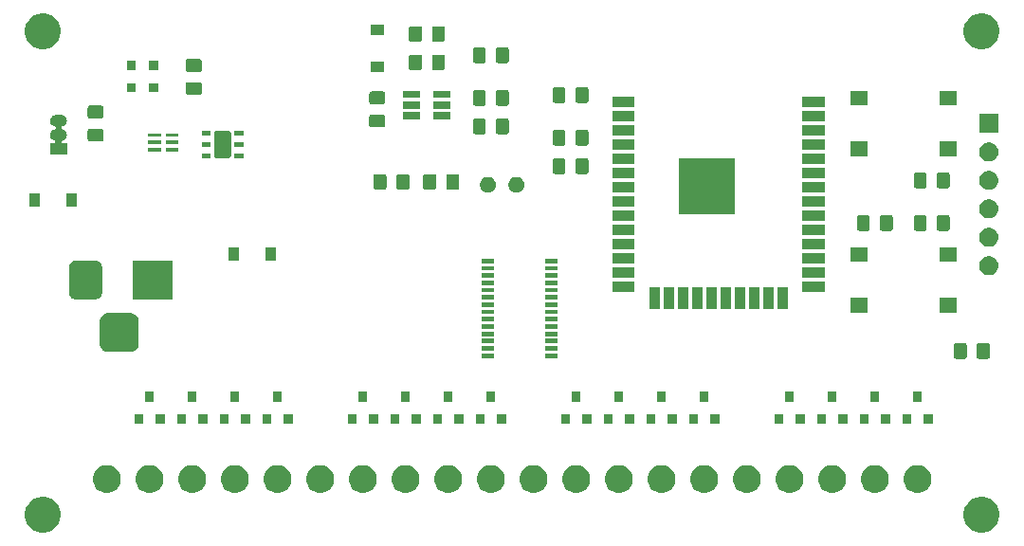
<source format=gbr>
G04 #@! TF.GenerationSoftware,KiCad,Pcbnew,(5.1.0-0)*
G04 #@! TF.CreationDate,2019-12-01T11:51:17+01:00*
G04 #@! TF.ProjectId,esp32,65737033-322e-46b6-9963-61645f706362,rev?*
G04 #@! TF.SameCoordinates,Original*
G04 #@! TF.FileFunction,Soldermask,Top*
G04 #@! TF.FilePolarity,Negative*
%FSLAX46Y46*%
G04 Gerber Fmt 4.6, Leading zero omitted, Abs format (unit mm)*
G04 Created by KiCad (PCBNEW (5.1.0-0)) date 2019-12-01 11:51:17*
%MOMM*%
%LPD*%
G04 APERTURE LIST*
%ADD10C,0.100000*%
G04 APERTURE END LIST*
D10*
G36*
X165461703Y-106886486D02*
G01*
X165752883Y-107007097D01*
X166014940Y-107182198D01*
X166237802Y-107405060D01*
X166412903Y-107667117D01*
X166533514Y-107958297D01*
X166595000Y-108267412D01*
X166595000Y-108582588D01*
X166533514Y-108891703D01*
X166412903Y-109182883D01*
X166237802Y-109444940D01*
X166014940Y-109667802D01*
X165752883Y-109842903D01*
X165461703Y-109963514D01*
X165152588Y-110025000D01*
X164837412Y-110025000D01*
X164528297Y-109963514D01*
X164237117Y-109842903D01*
X163975060Y-109667802D01*
X163752198Y-109444940D01*
X163577097Y-109182883D01*
X163456486Y-108891703D01*
X163395000Y-108582588D01*
X163395000Y-108267412D01*
X163456486Y-107958297D01*
X163577097Y-107667117D01*
X163752198Y-107405060D01*
X163975060Y-107182198D01*
X164237117Y-107007097D01*
X164528297Y-106886486D01*
X164837412Y-106825000D01*
X165152588Y-106825000D01*
X165461703Y-106886486D01*
X165461703Y-106886486D01*
G37*
G36*
X81641703Y-106886486D02*
G01*
X81932883Y-107007097D01*
X82194940Y-107182198D01*
X82417802Y-107405060D01*
X82592903Y-107667117D01*
X82713514Y-107958297D01*
X82775000Y-108267412D01*
X82775000Y-108582588D01*
X82713514Y-108891703D01*
X82592903Y-109182883D01*
X82417802Y-109444940D01*
X82194940Y-109667802D01*
X81932883Y-109842903D01*
X81641703Y-109963514D01*
X81332588Y-110025000D01*
X81017412Y-110025000D01*
X80708297Y-109963514D01*
X80417117Y-109842903D01*
X80155060Y-109667802D01*
X79932198Y-109444940D01*
X79757097Y-109182883D01*
X79636486Y-108891703D01*
X79575000Y-108582588D01*
X79575000Y-108267412D01*
X79636486Y-107958297D01*
X79757097Y-107667117D01*
X79932198Y-107405060D01*
X80155060Y-107182198D01*
X80417117Y-107007097D01*
X80708297Y-106886486D01*
X81017412Y-106825000D01*
X81332588Y-106825000D01*
X81641703Y-106886486D01*
X81641703Y-106886486D01*
G37*
G36*
X152024610Y-104048036D02*
G01*
X152252095Y-104142264D01*
X152252097Y-104142265D01*
X152456828Y-104279062D01*
X152630938Y-104453172D01*
X152767736Y-104657905D01*
X152861964Y-104885390D01*
X152910000Y-105126884D01*
X152910000Y-105373116D01*
X152861964Y-105614610D01*
X152767736Y-105842095D01*
X152767735Y-105842097D01*
X152630938Y-106046828D01*
X152456828Y-106220938D01*
X152252097Y-106357735D01*
X152252096Y-106357736D01*
X152252095Y-106357736D01*
X152024610Y-106451964D01*
X151783116Y-106500000D01*
X151536884Y-106500000D01*
X151295390Y-106451964D01*
X151067905Y-106357736D01*
X151067904Y-106357736D01*
X151067903Y-106357735D01*
X150863172Y-106220938D01*
X150689062Y-106046828D01*
X150552265Y-105842097D01*
X150552264Y-105842095D01*
X150458036Y-105614610D01*
X150410000Y-105373116D01*
X150410000Y-105126884D01*
X150458036Y-104885390D01*
X150552264Y-104657905D01*
X150689062Y-104453172D01*
X150863172Y-104279062D01*
X151067903Y-104142265D01*
X151067905Y-104142264D01*
X151295390Y-104048036D01*
X151536884Y-104000000D01*
X151783116Y-104000000D01*
X152024610Y-104048036D01*
X152024610Y-104048036D01*
G37*
G36*
X148214610Y-104048036D02*
G01*
X148442095Y-104142264D01*
X148442097Y-104142265D01*
X148646828Y-104279062D01*
X148820938Y-104453172D01*
X148957736Y-104657905D01*
X149051964Y-104885390D01*
X149100000Y-105126884D01*
X149100000Y-105373116D01*
X149051964Y-105614610D01*
X148957736Y-105842095D01*
X148957735Y-105842097D01*
X148820938Y-106046828D01*
X148646828Y-106220938D01*
X148442097Y-106357735D01*
X148442096Y-106357736D01*
X148442095Y-106357736D01*
X148214610Y-106451964D01*
X147973116Y-106500000D01*
X147726884Y-106500000D01*
X147485390Y-106451964D01*
X147257905Y-106357736D01*
X147257904Y-106357736D01*
X147257903Y-106357735D01*
X147053172Y-106220938D01*
X146879062Y-106046828D01*
X146742265Y-105842097D01*
X146742264Y-105842095D01*
X146648036Y-105614610D01*
X146600000Y-105373116D01*
X146600000Y-105126884D01*
X146648036Y-104885390D01*
X146742264Y-104657905D01*
X146879062Y-104453172D01*
X147053172Y-104279062D01*
X147257903Y-104142265D01*
X147257905Y-104142264D01*
X147485390Y-104048036D01*
X147726884Y-104000000D01*
X147973116Y-104000000D01*
X148214610Y-104048036D01*
X148214610Y-104048036D01*
G37*
G36*
X144404610Y-104048036D02*
G01*
X144632095Y-104142264D01*
X144632097Y-104142265D01*
X144836828Y-104279062D01*
X145010938Y-104453172D01*
X145147736Y-104657905D01*
X145241964Y-104885390D01*
X145290000Y-105126884D01*
X145290000Y-105373116D01*
X145241964Y-105614610D01*
X145147736Y-105842095D01*
X145147735Y-105842097D01*
X145010938Y-106046828D01*
X144836828Y-106220938D01*
X144632097Y-106357735D01*
X144632096Y-106357736D01*
X144632095Y-106357736D01*
X144404610Y-106451964D01*
X144163116Y-106500000D01*
X143916884Y-106500000D01*
X143675390Y-106451964D01*
X143447905Y-106357736D01*
X143447904Y-106357736D01*
X143447903Y-106357735D01*
X143243172Y-106220938D01*
X143069062Y-106046828D01*
X142932265Y-105842097D01*
X142932264Y-105842095D01*
X142838036Y-105614610D01*
X142790000Y-105373116D01*
X142790000Y-105126884D01*
X142838036Y-104885390D01*
X142932264Y-104657905D01*
X143069062Y-104453172D01*
X143243172Y-104279062D01*
X143447903Y-104142265D01*
X143447905Y-104142264D01*
X143675390Y-104048036D01*
X143916884Y-104000000D01*
X144163116Y-104000000D01*
X144404610Y-104048036D01*
X144404610Y-104048036D01*
G37*
G36*
X140594610Y-104048036D02*
G01*
X140822095Y-104142264D01*
X140822097Y-104142265D01*
X141026828Y-104279062D01*
X141200938Y-104453172D01*
X141337736Y-104657905D01*
X141431964Y-104885390D01*
X141480000Y-105126884D01*
X141480000Y-105373116D01*
X141431964Y-105614610D01*
X141337736Y-105842095D01*
X141337735Y-105842097D01*
X141200938Y-106046828D01*
X141026828Y-106220938D01*
X140822097Y-106357735D01*
X140822096Y-106357736D01*
X140822095Y-106357736D01*
X140594610Y-106451964D01*
X140353116Y-106500000D01*
X140106884Y-106500000D01*
X139865390Y-106451964D01*
X139637905Y-106357736D01*
X139637904Y-106357736D01*
X139637903Y-106357735D01*
X139433172Y-106220938D01*
X139259062Y-106046828D01*
X139122265Y-105842097D01*
X139122264Y-105842095D01*
X139028036Y-105614610D01*
X138980000Y-105373116D01*
X138980000Y-105126884D01*
X139028036Y-104885390D01*
X139122264Y-104657905D01*
X139259062Y-104453172D01*
X139433172Y-104279062D01*
X139637903Y-104142265D01*
X139637905Y-104142264D01*
X139865390Y-104048036D01*
X140106884Y-104000000D01*
X140353116Y-104000000D01*
X140594610Y-104048036D01*
X140594610Y-104048036D01*
G37*
G36*
X136784610Y-104048036D02*
G01*
X137012095Y-104142264D01*
X137012097Y-104142265D01*
X137216828Y-104279062D01*
X137390938Y-104453172D01*
X137527736Y-104657905D01*
X137621964Y-104885390D01*
X137670000Y-105126884D01*
X137670000Y-105373116D01*
X137621964Y-105614610D01*
X137527736Y-105842095D01*
X137527735Y-105842097D01*
X137390938Y-106046828D01*
X137216828Y-106220938D01*
X137012097Y-106357735D01*
X137012096Y-106357736D01*
X137012095Y-106357736D01*
X136784610Y-106451964D01*
X136543116Y-106500000D01*
X136296884Y-106500000D01*
X136055390Y-106451964D01*
X135827905Y-106357736D01*
X135827904Y-106357736D01*
X135827903Y-106357735D01*
X135623172Y-106220938D01*
X135449062Y-106046828D01*
X135312265Y-105842097D01*
X135312264Y-105842095D01*
X135218036Y-105614610D01*
X135170000Y-105373116D01*
X135170000Y-105126884D01*
X135218036Y-104885390D01*
X135312264Y-104657905D01*
X135449062Y-104453172D01*
X135623172Y-104279062D01*
X135827903Y-104142265D01*
X135827905Y-104142264D01*
X136055390Y-104048036D01*
X136296884Y-104000000D01*
X136543116Y-104000000D01*
X136784610Y-104048036D01*
X136784610Y-104048036D01*
G37*
G36*
X132974610Y-104048036D02*
G01*
X133202095Y-104142264D01*
X133202097Y-104142265D01*
X133406828Y-104279062D01*
X133580938Y-104453172D01*
X133717736Y-104657905D01*
X133811964Y-104885390D01*
X133860000Y-105126884D01*
X133860000Y-105373116D01*
X133811964Y-105614610D01*
X133717736Y-105842095D01*
X133717735Y-105842097D01*
X133580938Y-106046828D01*
X133406828Y-106220938D01*
X133202097Y-106357735D01*
X133202096Y-106357736D01*
X133202095Y-106357736D01*
X132974610Y-106451964D01*
X132733116Y-106500000D01*
X132486884Y-106500000D01*
X132245390Y-106451964D01*
X132017905Y-106357736D01*
X132017904Y-106357736D01*
X132017903Y-106357735D01*
X131813172Y-106220938D01*
X131639062Y-106046828D01*
X131502265Y-105842097D01*
X131502264Y-105842095D01*
X131408036Y-105614610D01*
X131360000Y-105373116D01*
X131360000Y-105126884D01*
X131408036Y-104885390D01*
X131502264Y-104657905D01*
X131639062Y-104453172D01*
X131813172Y-104279062D01*
X132017903Y-104142265D01*
X132017905Y-104142264D01*
X132245390Y-104048036D01*
X132486884Y-104000000D01*
X132733116Y-104000000D01*
X132974610Y-104048036D01*
X132974610Y-104048036D01*
G37*
G36*
X129164610Y-104048036D02*
G01*
X129392095Y-104142264D01*
X129392097Y-104142265D01*
X129596828Y-104279062D01*
X129770938Y-104453172D01*
X129907736Y-104657905D01*
X130001964Y-104885390D01*
X130050000Y-105126884D01*
X130050000Y-105373116D01*
X130001964Y-105614610D01*
X129907736Y-105842095D01*
X129907735Y-105842097D01*
X129770938Y-106046828D01*
X129596828Y-106220938D01*
X129392097Y-106357735D01*
X129392096Y-106357736D01*
X129392095Y-106357736D01*
X129164610Y-106451964D01*
X128923116Y-106500000D01*
X128676884Y-106500000D01*
X128435390Y-106451964D01*
X128207905Y-106357736D01*
X128207904Y-106357736D01*
X128207903Y-106357735D01*
X128003172Y-106220938D01*
X127829062Y-106046828D01*
X127692265Y-105842097D01*
X127692264Y-105842095D01*
X127598036Y-105614610D01*
X127550000Y-105373116D01*
X127550000Y-105126884D01*
X127598036Y-104885390D01*
X127692264Y-104657905D01*
X127829062Y-104453172D01*
X128003172Y-104279062D01*
X128207903Y-104142265D01*
X128207905Y-104142264D01*
X128435390Y-104048036D01*
X128676884Y-104000000D01*
X128923116Y-104000000D01*
X129164610Y-104048036D01*
X129164610Y-104048036D01*
G37*
G36*
X125354610Y-104048036D02*
G01*
X125582095Y-104142264D01*
X125582097Y-104142265D01*
X125786828Y-104279062D01*
X125960938Y-104453172D01*
X126097736Y-104657905D01*
X126191964Y-104885390D01*
X126240000Y-105126884D01*
X126240000Y-105373116D01*
X126191964Y-105614610D01*
X126097736Y-105842095D01*
X126097735Y-105842097D01*
X125960938Y-106046828D01*
X125786828Y-106220938D01*
X125582097Y-106357735D01*
X125582096Y-106357736D01*
X125582095Y-106357736D01*
X125354610Y-106451964D01*
X125113116Y-106500000D01*
X124866884Y-106500000D01*
X124625390Y-106451964D01*
X124397905Y-106357736D01*
X124397904Y-106357736D01*
X124397903Y-106357735D01*
X124193172Y-106220938D01*
X124019062Y-106046828D01*
X123882265Y-105842097D01*
X123882264Y-105842095D01*
X123788036Y-105614610D01*
X123740000Y-105373116D01*
X123740000Y-105126884D01*
X123788036Y-104885390D01*
X123882264Y-104657905D01*
X124019062Y-104453172D01*
X124193172Y-104279062D01*
X124397903Y-104142265D01*
X124397905Y-104142264D01*
X124625390Y-104048036D01*
X124866884Y-104000000D01*
X125113116Y-104000000D01*
X125354610Y-104048036D01*
X125354610Y-104048036D01*
G37*
G36*
X121544610Y-104048036D02*
G01*
X121772095Y-104142264D01*
X121772097Y-104142265D01*
X121976828Y-104279062D01*
X122150938Y-104453172D01*
X122287736Y-104657905D01*
X122381964Y-104885390D01*
X122430000Y-105126884D01*
X122430000Y-105373116D01*
X122381964Y-105614610D01*
X122287736Y-105842095D01*
X122287735Y-105842097D01*
X122150938Y-106046828D01*
X121976828Y-106220938D01*
X121772097Y-106357735D01*
X121772096Y-106357736D01*
X121772095Y-106357736D01*
X121544610Y-106451964D01*
X121303116Y-106500000D01*
X121056884Y-106500000D01*
X120815390Y-106451964D01*
X120587905Y-106357736D01*
X120587904Y-106357736D01*
X120587903Y-106357735D01*
X120383172Y-106220938D01*
X120209062Y-106046828D01*
X120072265Y-105842097D01*
X120072264Y-105842095D01*
X119978036Y-105614610D01*
X119930000Y-105373116D01*
X119930000Y-105126884D01*
X119978036Y-104885390D01*
X120072264Y-104657905D01*
X120209062Y-104453172D01*
X120383172Y-104279062D01*
X120587903Y-104142265D01*
X120587905Y-104142264D01*
X120815390Y-104048036D01*
X121056884Y-104000000D01*
X121303116Y-104000000D01*
X121544610Y-104048036D01*
X121544610Y-104048036D01*
G37*
G36*
X117734610Y-104048036D02*
G01*
X117962095Y-104142264D01*
X117962097Y-104142265D01*
X118166828Y-104279062D01*
X118340938Y-104453172D01*
X118477736Y-104657905D01*
X118571964Y-104885390D01*
X118620000Y-105126884D01*
X118620000Y-105373116D01*
X118571964Y-105614610D01*
X118477736Y-105842095D01*
X118477735Y-105842097D01*
X118340938Y-106046828D01*
X118166828Y-106220938D01*
X117962097Y-106357735D01*
X117962096Y-106357736D01*
X117962095Y-106357736D01*
X117734610Y-106451964D01*
X117493116Y-106500000D01*
X117246884Y-106500000D01*
X117005390Y-106451964D01*
X116777905Y-106357736D01*
X116777904Y-106357736D01*
X116777903Y-106357735D01*
X116573172Y-106220938D01*
X116399062Y-106046828D01*
X116262265Y-105842097D01*
X116262264Y-105842095D01*
X116168036Y-105614610D01*
X116120000Y-105373116D01*
X116120000Y-105126884D01*
X116168036Y-104885390D01*
X116262264Y-104657905D01*
X116399062Y-104453172D01*
X116573172Y-104279062D01*
X116777903Y-104142265D01*
X116777905Y-104142264D01*
X117005390Y-104048036D01*
X117246884Y-104000000D01*
X117493116Y-104000000D01*
X117734610Y-104048036D01*
X117734610Y-104048036D01*
G37*
G36*
X113924610Y-104048036D02*
G01*
X114152095Y-104142264D01*
X114152097Y-104142265D01*
X114356828Y-104279062D01*
X114530938Y-104453172D01*
X114667736Y-104657905D01*
X114761964Y-104885390D01*
X114810000Y-105126884D01*
X114810000Y-105373116D01*
X114761964Y-105614610D01*
X114667736Y-105842095D01*
X114667735Y-105842097D01*
X114530938Y-106046828D01*
X114356828Y-106220938D01*
X114152097Y-106357735D01*
X114152096Y-106357736D01*
X114152095Y-106357736D01*
X113924610Y-106451964D01*
X113683116Y-106500000D01*
X113436884Y-106500000D01*
X113195390Y-106451964D01*
X112967905Y-106357736D01*
X112967904Y-106357736D01*
X112967903Y-106357735D01*
X112763172Y-106220938D01*
X112589062Y-106046828D01*
X112452265Y-105842097D01*
X112452264Y-105842095D01*
X112358036Y-105614610D01*
X112310000Y-105373116D01*
X112310000Y-105126884D01*
X112358036Y-104885390D01*
X112452264Y-104657905D01*
X112589062Y-104453172D01*
X112763172Y-104279062D01*
X112967903Y-104142265D01*
X112967905Y-104142264D01*
X113195390Y-104048036D01*
X113436884Y-104000000D01*
X113683116Y-104000000D01*
X113924610Y-104048036D01*
X113924610Y-104048036D01*
G37*
G36*
X110114610Y-104048036D02*
G01*
X110342095Y-104142264D01*
X110342097Y-104142265D01*
X110546828Y-104279062D01*
X110720938Y-104453172D01*
X110857736Y-104657905D01*
X110951964Y-104885390D01*
X111000000Y-105126884D01*
X111000000Y-105373116D01*
X110951964Y-105614610D01*
X110857736Y-105842095D01*
X110857735Y-105842097D01*
X110720938Y-106046828D01*
X110546828Y-106220938D01*
X110342097Y-106357735D01*
X110342096Y-106357736D01*
X110342095Y-106357736D01*
X110114610Y-106451964D01*
X109873116Y-106500000D01*
X109626884Y-106500000D01*
X109385390Y-106451964D01*
X109157905Y-106357736D01*
X109157904Y-106357736D01*
X109157903Y-106357735D01*
X108953172Y-106220938D01*
X108779062Y-106046828D01*
X108642265Y-105842097D01*
X108642264Y-105842095D01*
X108548036Y-105614610D01*
X108500000Y-105373116D01*
X108500000Y-105126884D01*
X108548036Y-104885390D01*
X108642264Y-104657905D01*
X108779062Y-104453172D01*
X108953172Y-104279062D01*
X109157903Y-104142265D01*
X109157905Y-104142264D01*
X109385390Y-104048036D01*
X109626884Y-104000000D01*
X109873116Y-104000000D01*
X110114610Y-104048036D01*
X110114610Y-104048036D01*
G37*
G36*
X106304610Y-104048036D02*
G01*
X106532095Y-104142264D01*
X106532097Y-104142265D01*
X106736828Y-104279062D01*
X106910938Y-104453172D01*
X107047736Y-104657905D01*
X107141964Y-104885390D01*
X107190000Y-105126884D01*
X107190000Y-105373116D01*
X107141964Y-105614610D01*
X107047736Y-105842095D01*
X107047735Y-105842097D01*
X106910938Y-106046828D01*
X106736828Y-106220938D01*
X106532097Y-106357735D01*
X106532096Y-106357736D01*
X106532095Y-106357736D01*
X106304610Y-106451964D01*
X106063116Y-106500000D01*
X105816884Y-106500000D01*
X105575390Y-106451964D01*
X105347905Y-106357736D01*
X105347904Y-106357736D01*
X105347903Y-106357735D01*
X105143172Y-106220938D01*
X104969062Y-106046828D01*
X104832265Y-105842097D01*
X104832264Y-105842095D01*
X104738036Y-105614610D01*
X104690000Y-105373116D01*
X104690000Y-105126884D01*
X104738036Y-104885390D01*
X104832264Y-104657905D01*
X104969062Y-104453172D01*
X105143172Y-104279062D01*
X105347903Y-104142265D01*
X105347905Y-104142264D01*
X105575390Y-104048036D01*
X105816884Y-104000000D01*
X106063116Y-104000000D01*
X106304610Y-104048036D01*
X106304610Y-104048036D01*
G37*
G36*
X102494610Y-104048036D02*
G01*
X102722095Y-104142264D01*
X102722097Y-104142265D01*
X102926828Y-104279062D01*
X103100938Y-104453172D01*
X103237736Y-104657905D01*
X103331964Y-104885390D01*
X103380000Y-105126884D01*
X103380000Y-105373116D01*
X103331964Y-105614610D01*
X103237736Y-105842095D01*
X103237735Y-105842097D01*
X103100938Y-106046828D01*
X102926828Y-106220938D01*
X102722097Y-106357735D01*
X102722096Y-106357736D01*
X102722095Y-106357736D01*
X102494610Y-106451964D01*
X102253116Y-106500000D01*
X102006884Y-106500000D01*
X101765390Y-106451964D01*
X101537905Y-106357736D01*
X101537904Y-106357736D01*
X101537903Y-106357735D01*
X101333172Y-106220938D01*
X101159062Y-106046828D01*
X101022265Y-105842097D01*
X101022264Y-105842095D01*
X100928036Y-105614610D01*
X100880000Y-105373116D01*
X100880000Y-105126884D01*
X100928036Y-104885390D01*
X101022264Y-104657905D01*
X101159062Y-104453172D01*
X101333172Y-104279062D01*
X101537903Y-104142265D01*
X101537905Y-104142264D01*
X101765390Y-104048036D01*
X102006884Y-104000000D01*
X102253116Y-104000000D01*
X102494610Y-104048036D01*
X102494610Y-104048036D01*
G37*
G36*
X98684610Y-104048036D02*
G01*
X98912095Y-104142264D01*
X98912097Y-104142265D01*
X99116828Y-104279062D01*
X99290938Y-104453172D01*
X99427736Y-104657905D01*
X99521964Y-104885390D01*
X99570000Y-105126884D01*
X99570000Y-105373116D01*
X99521964Y-105614610D01*
X99427736Y-105842095D01*
X99427735Y-105842097D01*
X99290938Y-106046828D01*
X99116828Y-106220938D01*
X98912097Y-106357735D01*
X98912096Y-106357736D01*
X98912095Y-106357736D01*
X98684610Y-106451964D01*
X98443116Y-106500000D01*
X98196884Y-106500000D01*
X97955390Y-106451964D01*
X97727905Y-106357736D01*
X97727904Y-106357736D01*
X97727903Y-106357735D01*
X97523172Y-106220938D01*
X97349062Y-106046828D01*
X97212265Y-105842097D01*
X97212264Y-105842095D01*
X97118036Y-105614610D01*
X97070000Y-105373116D01*
X97070000Y-105126884D01*
X97118036Y-104885390D01*
X97212264Y-104657905D01*
X97349062Y-104453172D01*
X97523172Y-104279062D01*
X97727903Y-104142265D01*
X97727905Y-104142264D01*
X97955390Y-104048036D01*
X98196884Y-104000000D01*
X98443116Y-104000000D01*
X98684610Y-104048036D01*
X98684610Y-104048036D01*
G37*
G36*
X94874610Y-104048036D02*
G01*
X95102095Y-104142264D01*
X95102097Y-104142265D01*
X95306828Y-104279062D01*
X95480938Y-104453172D01*
X95617736Y-104657905D01*
X95711964Y-104885390D01*
X95760000Y-105126884D01*
X95760000Y-105373116D01*
X95711964Y-105614610D01*
X95617736Y-105842095D01*
X95617735Y-105842097D01*
X95480938Y-106046828D01*
X95306828Y-106220938D01*
X95102097Y-106357735D01*
X95102096Y-106357736D01*
X95102095Y-106357736D01*
X94874610Y-106451964D01*
X94633116Y-106500000D01*
X94386884Y-106500000D01*
X94145390Y-106451964D01*
X93917905Y-106357736D01*
X93917904Y-106357736D01*
X93917903Y-106357735D01*
X93713172Y-106220938D01*
X93539062Y-106046828D01*
X93402265Y-105842097D01*
X93402264Y-105842095D01*
X93308036Y-105614610D01*
X93260000Y-105373116D01*
X93260000Y-105126884D01*
X93308036Y-104885390D01*
X93402264Y-104657905D01*
X93539062Y-104453172D01*
X93713172Y-104279062D01*
X93917903Y-104142265D01*
X93917905Y-104142264D01*
X94145390Y-104048036D01*
X94386884Y-104000000D01*
X94633116Y-104000000D01*
X94874610Y-104048036D01*
X94874610Y-104048036D01*
G37*
G36*
X91064610Y-104048036D02*
G01*
X91292095Y-104142264D01*
X91292097Y-104142265D01*
X91496828Y-104279062D01*
X91670938Y-104453172D01*
X91807736Y-104657905D01*
X91901964Y-104885390D01*
X91950000Y-105126884D01*
X91950000Y-105373116D01*
X91901964Y-105614610D01*
X91807736Y-105842095D01*
X91807735Y-105842097D01*
X91670938Y-106046828D01*
X91496828Y-106220938D01*
X91292097Y-106357735D01*
X91292096Y-106357736D01*
X91292095Y-106357736D01*
X91064610Y-106451964D01*
X90823116Y-106500000D01*
X90576884Y-106500000D01*
X90335390Y-106451964D01*
X90107905Y-106357736D01*
X90107904Y-106357736D01*
X90107903Y-106357735D01*
X89903172Y-106220938D01*
X89729062Y-106046828D01*
X89592265Y-105842097D01*
X89592264Y-105842095D01*
X89498036Y-105614610D01*
X89450000Y-105373116D01*
X89450000Y-105126884D01*
X89498036Y-104885390D01*
X89592264Y-104657905D01*
X89729062Y-104453172D01*
X89903172Y-104279062D01*
X90107903Y-104142265D01*
X90107905Y-104142264D01*
X90335390Y-104048036D01*
X90576884Y-104000000D01*
X90823116Y-104000000D01*
X91064610Y-104048036D01*
X91064610Y-104048036D01*
G37*
G36*
X87254610Y-104048036D02*
G01*
X87482095Y-104142264D01*
X87482097Y-104142265D01*
X87686828Y-104279062D01*
X87860938Y-104453172D01*
X87997736Y-104657905D01*
X88091964Y-104885390D01*
X88140000Y-105126884D01*
X88140000Y-105373116D01*
X88091964Y-105614610D01*
X87997736Y-105842095D01*
X87997735Y-105842097D01*
X87860938Y-106046828D01*
X87686828Y-106220938D01*
X87482097Y-106357735D01*
X87482096Y-106357736D01*
X87482095Y-106357736D01*
X87254610Y-106451964D01*
X87013116Y-106500000D01*
X86766884Y-106500000D01*
X86525390Y-106451964D01*
X86297905Y-106357736D01*
X86297904Y-106357736D01*
X86297903Y-106357735D01*
X86093172Y-106220938D01*
X85919062Y-106046828D01*
X85782265Y-105842097D01*
X85782264Y-105842095D01*
X85688036Y-105614610D01*
X85640000Y-105373116D01*
X85640000Y-105126884D01*
X85688036Y-104885390D01*
X85782264Y-104657905D01*
X85919062Y-104453172D01*
X86093172Y-104279062D01*
X86297903Y-104142265D01*
X86297905Y-104142264D01*
X86525390Y-104048036D01*
X86766884Y-104000000D01*
X87013116Y-104000000D01*
X87254610Y-104048036D01*
X87254610Y-104048036D01*
G37*
G36*
X155834610Y-104048036D02*
G01*
X156062095Y-104142264D01*
X156062097Y-104142265D01*
X156266828Y-104279062D01*
X156440938Y-104453172D01*
X156577736Y-104657905D01*
X156671964Y-104885390D01*
X156720000Y-105126884D01*
X156720000Y-105373116D01*
X156671964Y-105614610D01*
X156577736Y-105842095D01*
X156577735Y-105842097D01*
X156440938Y-106046828D01*
X156266828Y-106220938D01*
X156062097Y-106357735D01*
X156062096Y-106357736D01*
X156062095Y-106357736D01*
X155834610Y-106451964D01*
X155593116Y-106500000D01*
X155346884Y-106500000D01*
X155105390Y-106451964D01*
X154877905Y-106357736D01*
X154877904Y-106357736D01*
X154877903Y-106357735D01*
X154673172Y-106220938D01*
X154499062Y-106046828D01*
X154362265Y-105842097D01*
X154362264Y-105842095D01*
X154268036Y-105614610D01*
X154220000Y-105373116D01*
X154220000Y-105126884D01*
X154268036Y-104885390D01*
X154362264Y-104657905D01*
X154499062Y-104453172D01*
X154673172Y-104279062D01*
X154877903Y-104142265D01*
X154877905Y-104142264D01*
X155105390Y-104048036D01*
X155346884Y-104000000D01*
X155593116Y-104000000D01*
X155834610Y-104048036D01*
X155834610Y-104048036D01*
G37*
G36*
X159644610Y-104048036D02*
G01*
X159872095Y-104142264D01*
X159872097Y-104142265D01*
X160076828Y-104279062D01*
X160250938Y-104453172D01*
X160387736Y-104657905D01*
X160481964Y-104885390D01*
X160530000Y-105126884D01*
X160530000Y-105373116D01*
X160481964Y-105614610D01*
X160387736Y-105842095D01*
X160387735Y-105842097D01*
X160250938Y-106046828D01*
X160076828Y-106220938D01*
X159872097Y-106357735D01*
X159872096Y-106357736D01*
X159872095Y-106357736D01*
X159644610Y-106451964D01*
X159403116Y-106500000D01*
X159156884Y-106500000D01*
X158915390Y-106451964D01*
X158687905Y-106357736D01*
X158687904Y-106357736D01*
X158687903Y-106357735D01*
X158483172Y-106220938D01*
X158309062Y-106046828D01*
X158172265Y-105842097D01*
X158172264Y-105842095D01*
X158078036Y-105614610D01*
X158030000Y-105373116D01*
X158030000Y-105126884D01*
X158078036Y-104885390D01*
X158172264Y-104657905D01*
X158309062Y-104453172D01*
X158483172Y-104279062D01*
X158687903Y-104142265D01*
X158687905Y-104142264D01*
X158915390Y-104048036D01*
X159156884Y-104000000D01*
X159403116Y-104000000D01*
X159644610Y-104048036D01*
X159644610Y-104048036D01*
G37*
G36*
X111100000Y-100350000D02*
G01*
X110300000Y-100350000D01*
X110300000Y-99450000D01*
X111100000Y-99450000D01*
X111100000Y-100350000D01*
X111100000Y-100350000D01*
G37*
G36*
X109200000Y-100350000D02*
G01*
X108400000Y-100350000D01*
X108400000Y-99450000D01*
X109200000Y-99450000D01*
X109200000Y-100350000D01*
X109200000Y-100350000D01*
G37*
G36*
X103480000Y-100350000D02*
G01*
X102680000Y-100350000D01*
X102680000Y-99450000D01*
X103480000Y-99450000D01*
X103480000Y-100350000D01*
X103480000Y-100350000D01*
G37*
G36*
X101580000Y-100350000D02*
G01*
X100780000Y-100350000D01*
X100780000Y-99450000D01*
X101580000Y-99450000D01*
X101580000Y-100350000D01*
X101580000Y-100350000D01*
G37*
G36*
X99670000Y-100350000D02*
G01*
X98870000Y-100350000D01*
X98870000Y-99450000D01*
X99670000Y-99450000D01*
X99670000Y-100350000D01*
X99670000Y-100350000D01*
G37*
G36*
X97770000Y-100350000D02*
G01*
X96970000Y-100350000D01*
X96970000Y-99450000D01*
X97770000Y-99450000D01*
X97770000Y-100350000D01*
X97770000Y-100350000D01*
G37*
G36*
X95860000Y-100350000D02*
G01*
X95060000Y-100350000D01*
X95060000Y-99450000D01*
X95860000Y-99450000D01*
X95860000Y-100350000D01*
X95860000Y-100350000D01*
G37*
G36*
X93960000Y-100350000D02*
G01*
X93160000Y-100350000D01*
X93160000Y-99450000D01*
X93960000Y-99450000D01*
X93960000Y-100350000D01*
X93960000Y-100350000D01*
G37*
G36*
X92050000Y-100350000D02*
G01*
X91250000Y-100350000D01*
X91250000Y-99450000D01*
X92050000Y-99450000D01*
X92050000Y-100350000D01*
X92050000Y-100350000D01*
G37*
G36*
X90150000Y-100350000D02*
G01*
X89350000Y-100350000D01*
X89350000Y-99450000D01*
X90150000Y-99450000D01*
X90150000Y-100350000D01*
X90150000Y-100350000D01*
G37*
G36*
X137770000Y-100350000D02*
G01*
X136970000Y-100350000D01*
X136970000Y-99450000D01*
X137770000Y-99450000D01*
X137770000Y-100350000D01*
X137770000Y-100350000D01*
G37*
G36*
X139680000Y-100350000D02*
G01*
X138880000Y-100350000D01*
X138880000Y-99450000D01*
X139680000Y-99450000D01*
X139680000Y-100350000D01*
X139680000Y-100350000D01*
G37*
G36*
X141580000Y-100350000D02*
G01*
X140780000Y-100350000D01*
X140780000Y-99450000D01*
X141580000Y-99450000D01*
X141580000Y-100350000D01*
X141580000Y-100350000D01*
G37*
G36*
X147300000Y-100350000D02*
G01*
X146500000Y-100350000D01*
X146500000Y-99450000D01*
X147300000Y-99450000D01*
X147300000Y-100350000D01*
X147300000Y-100350000D01*
G37*
G36*
X149200000Y-100350000D02*
G01*
X148400000Y-100350000D01*
X148400000Y-99450000D01*
X149200000Y-99450000D01*
X149200000Y-100350000D01*
X149200000Y-100350000D01*
G37*
G36*
X151110000Y-100350000D02*
G01*
X150310000Y-100350000D01*
X150310000Y-99450000D01*
X151110000Y-99450000D01*
X151110000Y-100350000D01*
X151110000Y-100350000D01*
G37*
G36*
X153010000Y-100350000D02*
G01*
X152210000Y-100350000D01*
X152210000Y-99450000D01*
X153010000Y-99450000D01*
X153010000Y-100350000D01*
X153010000Y-100350000D01*
G37*
G36*
X154920000Y-100350000D02*
G01*
X154120000Y-100350000D01*
X154120000Y-99450000D01*
X154920000Y-99450000D01*
X154920000Y-100350000D01*
X154920000Y-100350000D01*
G37*
G36*
X156820000Y-100350000D02*
G01*
X156020000Y-100350000D01*
X156020000Y-99450000D01*
X156820000Y-99450000D01*
X156820000Y-100350000D01*
X156820000Y-100350000D01*
G37*
G36*
X158730000Y-100350000D02*
G01*
X157930000Y-100350000D01*
X157930000Y-99450000D01*
X158730000Y-99450000D01*
X158730000Y-100350000D01*
X158730000Y-100350000D01*
G37*
G36*
X160630000Y-100350000D02*
G01*
X159830000Y-100350000D01*
X159830000Y-99450000D01*
X160630000Y-99450000D01*
X160630000Y-100350000D01*
X160630000Y-100350000D01*
G37*
G36*
X133960000Y-100350000D02*
G01*
X133160000Y-100350000D01*
X133160000Y-99450000D01*
X133960000Y-99450000D01*
X133960000Y-100350000D01*
X133960000Y-100350000D01*
G37*
G36*
X132060000Y-100350000D02*
G01*
X131260000Y-100350000D01*
X131260000Y-99450000D01*
X132060000Y-99450000D01*
X132060000Y-100350000D01*
X132060000Y-100350000D01*
G37*
G36*
X130150000Y-100350000D02*
G01*
X129350000Y-100350000D01*
X129350000Y-99450000D01*
X130150000Y-99450000D01*
X130150000Y-100350000D01*
X130150000Y-100350000D01*
G37*
G36*
X128250000Y-100350000D02*
G01*
X127450000Y-100350000D01*
X127450000Y-99450000D01*
X128250000Y-99450000D01*
X128250000Y-100350000D01*
X128250000Y-100350000D01*
G37*
G36*
X122530000Y-100350000D02*
G01*
X121730000Y-100350000D01*
X121730000Y-99450000D01*
X122530000Y-99450000D01*
X122530000Y-100350000D01*
X122530000Y-100350000D01*
G37*
G36*
X120630000Y-100350000D02*
G01*
X119830000Y-100350000D01*
X119830000Y-99450000D01*
X120630000Y-99450000D01*
X120630000Y-100350000D01*
X120630000Y-100350000D01*
G37*
G36*
X118720000Y-100350000D02*
G01*
X117920000Y-100350000D01*
X117920000Y-99450000D01*
X118720000Y-99450000D01*
X118720000Y-100350000D01*
X118720000Y-100350000D01*
G37*
G36*
X116820000Y-100350000D02*
G01*
X116020000Y-100350000D01*
X116020000Y-99450000D01*
X116820000Y-99450000D01*
X116820000Y-100350000D01*
X116820000Y-100350000D01*
G37*
G36*
X114910000Y-100350000D02*
G01*
X114110000Y-100350000D01*
X114110000Y-99450000D01*
X114910000Y-99450000D01*
X114910000Y-100350000D01*
X114910000Y-100350000D01*
G37*
G36*
X113010000Y-100350000D02*
G01*
X112210000Y-100350000D01*
X112210000Y-99450000D01*
X113010000Y-99450000D01*
X113010000Y-100350000D01*
X113010000Y-100350000D01*
G37*
G36*
X135870000Y-100350000D02*
G01*
X135070000Y-100350000D01*
X135070000Y-99450000D01*
X135870000Y-99450000D01*
X135870000Y-100350000D01*
X135870000Y-100350000D01*
G37*
G36*
X133010000Y-98350000D02*
G01*
X132210000Y-98350000D01*
X132210000Y-97450000D01*
X133010000Y-97450000D01*
X133010000Y-98350000D01*
X133010000Y-98350000D01*
G37*
G36*
X159680000Y-98350000D02*
G01*
X158880000Y-98350000D01*
X158880000Y-97450000D01*
X159680000Y-97450000D01*
X159680000Y-98350000D01*
X159680000Y-98350000D01*
G37*
G36*
X136820000Y-98350000D02*
G01*
X136020000Y-98350000D01*
X136020000Y-97450000D01*
X136820000Y-97450000D01*
X136820000Y-98350000D01*
X136820000Y-98350000D01*
G37*
G36*
X155870000Y-98350000D02*
G01*
X155070000Y-98350000D01*
X155070000Y-97450000D01*
X155870000Y-97450000D01*
X155870000Y-98350000D01*
X155870000Y-98350000D01*
G37*
G36*
X152060000Y-98350000D02*
G01*
X151260000Y-98350000D01*
X151260000Y-97450000D01*
X152060000Y-97450000D01*
X152060000Y-98350000D01*
X152060000Y-98350000D01*
G37*
G36*
X140630000Y-98350000D02*
G01*
X139830000Y-98350000D01*
X139830000Y-97450000D01*
X140630000Y-97450000D01*
X140630000Y-98350000D01*
X140630000Y-98350000D01*
G37*
G36*
X148250000Y-98350000D02*
G01*
X147450000Y-98350000D01*
X147450000Y-97450000D01*
X148250000Y-97450000D01*
X148250000Y-98350000D01*
X148250000Y-98350000D01*
G37*
G36*
X129200000Y-98350000D02*
G01*
X128400000Y-98350000D01*
X128400000Y-97450000D01*
X129200000Y-97450000D01*
X129200000Y-98350000D01*
X129200000Y-98350000D01*
G37*
G36*
X121580000Y-98350000D02*
G01*
X120780000Y-98350000D01*
X120780000Y-97450000D01*
X121580000Y-97450000D01*
X121580000Y-98350000D01*
X121580000Y-98350000D01*
G37*
G36*
X117770000Y-98350000D02*
G01*
X116970000Y-98350000D01*
X116970000Y-97450000D01*
X117770000Y-97450000D01*
X117770000Y-98350000D01*
X117770000Y-98350000D01*
G37*
G36*
X113960000Y-98350000D02*
G01*
X113160000Y-98350000D01*
X113160000Y-97450000D01*
X113960000Y-97450000D01*
X113960000Y-98350000D01*
X113960000Y-98350000D01*
G37*
G36*
X91100000Y-98350000D02*
G01*
X90300000Y-98350000D01*
X90300000Y-97450000D01*
X91100000Y-97450000D01*
X91100000Y-98350000D01*
X91100000Y-98350000D01*
G37*
G36*
X110150000Y-98350000D02*
G01*
X109350000Y-98350000D01*
X109350000Y-97450000D01*
X110150000Y-97450000D01*
X110150000Y-98350000D01*
X110150000Y-98350000D01*
G37*
G36*
X94910000Y-98350000D02*
G01*
X94110000Y-98350000D01*
X94110000Y-97450000D01*
X94910000Y-97450000D01*
X94910000Y-98350000D01*
X94910000Y-98350000D01*
G37*
G36*
X98720000Y-98350000D02*
G01*
X97920000Y-98350000D01*
X97920000Y-97450000D01*
X98720000Y-97450000D01*
X98720000Y-98350000D01*
X98720000Y-98350000D01*
G37*
G36*
X102530000Y-98350000D02*
G01*
X101730000Y-98350000D01*
X101730000Y-97450000D01*
X102530000Y-97450000D01*
X102530000Y-98350000D01*
X102530000Y-98350000D01*
G37*
G36*
X165570522Y-93124039D02*
G01*
X165604057Y-93134212D01*
X165634956Y-93150728D01*
X165662043Y-93172957D01*
X165684272Y-93200044D01*
X165700788Y-93230943D01*
X165710961Y-93264478D01*
X165715000Y-93305487D01*
X165715000Y-94334513D01*
X165710961Y-94375522D01*
X165700788Y-94409057D01*
X165684272Y-94439956D01*
X165662043Y-94467043D01*
X165634956Y-94489272D01*
X165604057Y-94505788D01*
X165570522Y-94515961D01*
X165529513Y-94520000D01*
X164750487Y-94520000D01*
X164709478Y-94515961D01*
X164675943Y-94505788D01*
X164645044Y-94489272D01*
X164617957Y-94467043D01*
X164595728Y-94439956D01*
X164579212Y-94409057D01*
X164569039Y-94375522D01*
X164565000Y-94334513D01*
X164565000Y-93305487D01*
X164569039Y-93264478D01*
X164579212Y-93230943D01*
X164595728Y-93200044D01*
X164617957Y-93172957D01*
X164645044Y-93150728D01*
X164675943Y-93134212D01*
X164709478Y-93124039D01*
X164750487Y-93120000D01*
X165529513Y-93120000D01*
X165570522Y-93124039D01*
X165570522Y-93124039D01*
G37*
G36*
X163520522Y-93124039D02*
G01*
X163554057Y-93134212D01*
X163584956Y-93150728D01*
X163612043Y-93172957D01*
X163634272Y-93200044D01*
X163650788Y-93230943D01*
X163660961Y-93264478D01*
X163665000Y-93305487D01*
X163665000Y-94334513D01*
X163660961Y-94375522D01*
X163650788Y-94409057D01*
X163634272Y-94439956D01*
X163612043Y-94467043D01*
X163584956Y-94489272D01*
X163554057Y-94505788D01*
X163520522Y-94515961D01*
X163479513Y-94520000D01*
X162700487Y-94520000D01*
X162659478Y-94515961D01*
X162625943Y-94505788D01*
X162595044Y-94489272D01*
X162567957Y-94467043D01*
X162545728Y-94439956D01*
X162529212Y-94409057D01*
X162519039Y-94375522D01*
X162515000Y-94334513D01*
X162515000Y-93305487D01*
X162519039Y-93264478D01*
X162529212Y-93230943D01*
X162545728Y-93200044D01*
X162567957Y-93172957D01*
X162595044Y-93150728D01*
X162625943Y-93134212D01*
X162659478Y-93124039D01*
X162700487Y-93120000D01*
X163479513Y-93120000D01*
X163520522Y-93124039D01*
X163520522Y-93124039D01*
G37*
G36*
X127120000Y-94435000D02*
G01*
X126020000Y-94435000D01*
X126020000Y-94035000D01*
X127120000Y-94035000D01*
X127120000Y-94435000D01*
X127120000Y-94435000D01*
G37*
G36*
X121420000Y-94435000D02*
G01*
X120320000Y-94435000D01*
X120320000Y-94035000D01*
X121420000Y-94035000D01*
X121420000Y-94435000D01*
X121420000Y-94435000D01*
G37*
G36*
X89080891Y-90436205D02*
G01*
X89233202Y-90482408D01*
X89373565Y-90557433D01*
X89496597Y-90658403D01*
X89597567Y-90781435D01*
X89672592Y-90921798D01*
X89718795Y-91074109D01*
X89735000Y-91238640D01*
X89735000Y-93101360D01*
X89718795Y-93265891D01*
X89672592Y-93418202D01*
X89597567Y-93558565D01*
X89496597Y-93681597D01*
X89373565Y-93782567D01*
X89233202Y-93857592D01*
X89080891Y-93903795D01*
X88916360Y-93920000D01*
X87053640Y-93920000D01*
X86889109Y-93903795D01*
X86736798Y-93857592D01*
X86596435Y-93782567D01*
X86473403Y-93681597D01*
X86372433Y-93558565D01*
X86297408Y-93418202D01*
X86251205Y-93265891D01*
X86235000Y-93101360D01*
X86235000Y-91238640D01*
X86251205Y-91074109D01*
X86297408Y-90921798D01*
X86372433Y-90781435D01*
X86473403Y-90658403D01*
X86596435Y-90557433D01*
X86736798Y-90482408D01*
X86889109Y-90436205D01*
X87053640Y-90420000D01*
X88916360Y-90420000D01*
X89080891Y-90436205D01*
X89080891Y-90436205D01*
G37*
G36*
X127120000Y-93785000D02*
G01*
X126020000Y-93785000D01*
X126020000Y-93385000D01*
X127120000Y-93385000D01*
X127120000Y-93785000D01*
X127120000Y-93785000D01*
G37*
G36*
X121420000Y-93785000D02*
G01*
X120320000Y-93785000D01*
X120320000Y-93385000D01*
X121420000Y-93385000D01*
X121420000Y-93785000D01*
X121420000Y-93785000D01*
G37*
G36*
X127120000Y-93135000D02*
G01*
X126020000Y-93135000D01*
X126020000Y-92735000D01*
X127120000Y-92735000D01*
X127120000Y-93135000D01*
X127120000Y-93135000D01*
G37*
G36*
X121420000Y-93135000D02*
G01*
X120320000Y-93135000D01*
X120320000Y-92735000D01*
X121420000Y-92735000D01*
X121420000Y-93135000D01*
X121420000Y-93135000D01*
G37*
G36*
X127120000Y-92485000D02*
G01*
X126020000Y-92485000D01*
X126020000Y-92085000D01*
X127120000Y-92085000D01*
X127120000Y-92485000D01*
X127120000Y-92485000D01*
G37*
G36*
X121420000Y-92485000D02*
G01*
X120320000Y-92485000D01*
X120320000Y-92085000D01*
X121420000Y-92085000D01*
X121420000Y-92485000D01*
X121420000Y-92485000D01*
G37*
G36*
X127120000Y-91835000D02*
G01*
X126020000Y-91835000D01*
X126020000Y-91435000D01*
X127120000Y-91435000D01*
X127120000Y-91835000D01*
X127120000Y-91835000D01*
G37*
G36*
X121420000Y-91835000D02*
G01*
X120320000Y-91835000D01*
X120320000Y-91435000D01*
X121420000Y-91435000D01*
X121420000Y-91835000D01*
X121420000Y-91835000D01*
G37*
G36*
X127120000Y-91185000D02*
G01*
X126020000Y-91185000D01*
X126020000Y-90785000D01*
X127120000Y-90785000D01*
X127120000Y-91185000D01*
X127120000Y-91185000D01*
G37*
G36*
X121420000Y-91185000D02*
G01*
X120320000Y-91185000D01*
X120320000Y-90785000D01*
X121420000Y-90785000D01*
X121420000Y-91185000D01*
X121420000Y-91185000D01*
G37*
G36*
X121420000Y-90535000D02*
G01*
X120320000Y-90535000D01*
X120320000Y-90135000D01*
X121420000Y-90135000D01*
X121420000Y-90535000D01*
X121420000Y-90535000D01*
G37*
G36*
X127120000Y-90535000D02*
G01*
X126020000Y-90535000D01*
X126020000Y-90135000D01*
X127120000Y-90135000D01*
X127120000Y-90535000D01*
X127120000Y-90535000D01*
G37*
G36*
X154805000Y-90370000D02*
G01*
X153255000Y-90370000D01*
X153255000Y-89070000D01*
X154805000Y-89070000D01*
X154805000Y-90370000D01*
X154805000Y-90370000D01*
G37*
G36*
X162765000Y-90370000D02*
G01*
X161215000Y-90370000D01*
X161215000Y-89070000D01*
X162765000Y-89070000D01*
X162765000Y-90370000D01*
X162765000Y-90370000D01*
G37*
G36*
X145125000Y-90105000D02*
G01*
X144225000Y-90105000D01*
X144225000Y-88105000D01*
X145125000Y-88105000D01*
X145125000Y-90105000D01*
X145125000Y-90105000D01*
G37*
G36*
X136235000Y-90105000D02*
G01*
X135335000Y-90105000D01*
X135335000Y-88105000D01*
X136235000Y-88105000D01*
X136235000Y-90105000D01*
X136235000Y-90105000D01*
G37*
G36*
X137505000Y-90105000D02*
G01*
X136605000Y-90105000D01*
X136605000Y-88105000D01*
X137505000Y-88105000D01*
X137505000Y-90105000D01*
X137505000Y-90105000D01*
G37*
G36*
X138775000Y-90105000D02*
G01*
X137875000Y-90105000D01*
X137875000Y-88105000D01*
X138775000Y-88105000D01*
X138775000Y-90105000D01*
X138775000Y-90105000D01*
G37*
G36*
X140045000Y-90105000D02*
G01*
X139145000Y-90105000D01*
X139145000Y-88105000D01*
X140045000Y-88105000D01*
X140045000Y-90105000D01*
X140045000Y-90105000D01*
G37*
G36*
X141315000Y-90105000D02*
G01*
X140415000Y-90105000D01*
X140415000Y-88105000D01*
X141315000Y-88105000D01*
X141315000Y-90105000D01*
X141315000Y-90105000D01*
G37*
G36*
X142585000Y-90105000D02*
G01*
X141685000Y-90105000D01*
X141685000Y-88105000D01*
X142585000Y-88105000D01*
X142585000Y-90105000D01*
X142585000Y-90105000D01*
G37*
G36*
X143855000Y-90105000D02*
G01*
X142955000Y-90105000D01*
X142955000Y-88105000D01*
X143855000Y-88105000D01*
X143855000Y-90105000D01*
X143855000Y-90105000D01*
G37*
G36*
X147665000Y-90105000D02*
G01*
X146765000Y-90105000D01*
X146765000Y-88105000D01*
X147665000Y-88105000D01*
X147665000Y-90105000D01*
X147665000Y-90105000D01*
G37*
G36*
X146395000Y-90105000D02*
G01*
X145495000Y-90105000D01*
X145495000Y-88105000D01*
X146395000Y-88105000D01*
X146395000Y-90105000D01*
X146395000Y-90105000D01*
G37*
G36*
X121420000Y-89885000D02*
G01*
X120320000Y-89885000D01*
X120320000Y-89485000D01*
X121420000Y-89485000D01*
X121420000Y-89885000D01*
X121420000Y-89885000D01*
G37*
G36*
X127120000Y-89885000D02*
G01*
X126020000Y-89885000D01*
X126020000Y-89485000D01*
X127120000Y-89485000D01*
X127120000Y-89885000D01*
X127120000Y-89885000D01*
G37*
G36*
X127120000Y-89235000D02*
G01*
X126020000Y-89235000D01*
X126020000Y-88835000D01*
X127120000Y-88835000D01*
X127120000Y-89235000D01*
X127120000Y-89235000D01*
G37*
G36*
X121420000Y-89235000D02*
G01*
X120320000Y-89235000D01*
X120320000Y-88835000D01*
X121420000Y-88835000D01*
X121420000Y-89235000D01*
X121420000Y-89235000D01*
G37*
G36*
X85931505Y-85733803D02*
G01*
X86060366Y-85772893D01*
X86179117Y-85836367D01*
X86283209Y-85921791D01*
X86368633Y-86025883D01*
X86432107Y-86144634D01*
X86471197Y-86273495D01*
X86485000Y-86413640D01*
X86485000Y-88526360D01*
X86471197Y-88666505D01*
X86432107Y-88795366D01*
X86368633Y-88914117D01*
X86283209Y-89018209D01*
X86179117Y-89103633D01*
X86060366Y-89167107D01*
X85931505Y-89206197D01*
X85791360Y-89220000D01*
X84178640Y-89220000D01*
X84038495Y-89206197D01*
X83909634Y-89167107D01*
X83790883Y-89103633D01*
X83686791Y-89018209D01*
X83601367Y-88914117D01*
X83537893Y-88795366D01*
X83498803Y-88666505D01*
X83485000Y-88526360D01*
X83485000Y-86413640D01*
X83498803Y-86273495D01*
X83537893Y-86144634D01*
X83601367Y-86025883D01*
X83686791Y-85921791D01*
X83790883Y-85836367D01*
X83909634Y-85772893D01*
X84038495Y-85733803D01*
X84178640Y-85720000D01*
X85791360Y-85720000D01*
X85931505Y-85733803D01*
X85931505Y-85733803D01*
G37*
G36*
X92735000Y-89220000D02*
G01*
X89235000Y-89220000D01*
X89235000Y-85720000D01*
X92735000Y-85720000D01*
X92735000Y-89220000D01*
X92735000Y-89220000D01*
G37*
G36*
X121420000Y-88585000D02*
G01*
X120320000Y-88585000D01*
X120320000Y-88185000D01*
X121420000Y-88185000D01*
X121420000Y-88585000D01*
X121420000Y-88585000D01*
G37*
G36*
X127120000Y-88585000D02*
G01*
X126020000Y-88585000D01*
X126020000Y-88185000D01*
X127120000Y-88185000D01*
X127120000Y-88585000D01*
X127120000Y-88585000D01*
G37*
G36*
X134000000Y-88555000D02*
G01*
X132000000Y-88555000D01*
X132000000Y-87655000D01*
X134000000Y-87655000D01*
X134000000Y-88555000D01*
X134000000Y-88555000D01*
G37*
G36*
X151000000Y-88555000D02*
G01*
X149000000Y-88555000D01*
X149000000Y-87655000D01*
X151000000Y-87655000D01*
X151000000Y-88555000D01*
X151000000Y-88555000D01*
G37*
G36*
X127120000Y-87935000D02*
G01*
X126020000Y-87935000D01*
X126020000Y-87535000D01*
X127120000Y-87535000D01*
X127120000Y-87935000D01*
X127120000Y-87935000D01*
G37*
G36*
X121420000Y-87935000D02*
G01*
X120320000Y-87935000D01*
X120320000Y-87535000D01*
X121420000Y-87535000D01*
X121420000Y-87935000D01*
X121420000Y-87935000D01*
G37*
G36*
X127120000Y-87285000D02*
G01*
X126020000Y-87285000D01*
X126020000Y-86885000D01*
X127120000Y-86885000D01*
X127120000Y-87285000D01*
X127120000Y-87285000D01*
G37*
G36*
X151000000Y-87285000D02*
G01*
X149000000Y-87285000D01*
X149000000Y-86385000D01*
X151000000Y-86385000D01*
X151000000Y-87285000D01*
X151000000Y-87285000D01*
G37*
G36*
X134000000Y-87285000D02*
G01*
X132000000Y-87285000D01*
X132000000Y-86385000D01*
X134000000Y-86385000D01*
X134000000Y-87285000D01*
X134000000Y-87285000D01*
G37*
G36*
X121420000Y-87285000D02*
G01*
X120320000Y-87285000D01*
X120320000Y-86885000D01*
X121420000Y-86885000D01*
X121420000Y-87285000D01*
X121420000Y-87285000D01*
G37*
G36*
X165796627Y-85362299D02*
G01*
X165876742Y-85386602D01*
X165956855Y-85410903D01*
X165956857Y-85410904D01*
X166104518Y-85489831D01*
X166233949Y-85596051D01*
X166340169Y-85725482D01*
X166419096Y-85873143D01*
X166467701Y-86033373D01*
X166484112Y-86200000D01*
X166467701Y-86366627D01*
X166419096Y-86526857D01*
X166340169Y-86674518D01*
X166233949Y-86803949D01*
X166104518Y-86910169D01*
X165956857Y-86989096D01*
X165956855Y-86989097D01*
X165876742Y-87013399D01*
X165796627Y-87037701D01*
X165671752Y-87050000D01*
X165588248Y-87050000D01*
X165463373Y-87037701D01*
X165383258Y-87013399D01*
X165303145Y-86989097D01*
X165303143Y-86989096D01*
X165155482Y-86910169D01*
X165026051Y-86803949D01*
X164919831Y-86674518D01*
X164840904Y-86526857D01*
X164792299Y-86366627D01*
X164775888Y-86200000D01*
X164792299Y-86033373D01*
X164840904Y-85873143D01*
X164919831Y-85725482D01*
X165026051Y-85596051D01*
X165155482Y-85489831D01*
X165303143Y-85410904D01*
X165303145Y-85410903D01*
X165383258Y-85386602D01*
X165463373Y-85362299D01*
X165588248Y-85350000D01*
X165671752Y-85350000D01*
X165796627Y-85362299D01*
X165796627Y-85362299D01*
G37*
G36*
X127120000Y-86635000D02*
G01*
X126020000Y-86635000D01*
X126020000Y-86235000D01*
X127120000Y-86235000D01*
X127120000Y-86635000D01*
X127120000Y-86635000D01*
G37*
G36*
X121420000Y-86635000D02*
G01*
X120320000Y-86635000D01*
X120320000Y-86235000D01*
X121420000Y-86235000D01*
X121420000Y-86635000D01*
X121420000Y-86635000D01*
G37*
G36*
X151000000Y-86015000D02*
G01*
X149000000Y-86015000D01*
X149000000Y-85115000D01*
X151000000Y-85115000D01*
X151000000Y-86015000D01*
X151000000Y-86015000D01*
G37*
G36*
X134000000Y-86015000D02*
G01*
X132000000Y-86015000D01*
X132000000Y-85115000D01*
X134000000Y-85115000D01*
X134000000Y-86015000D01*
X134000000Y-86015000D01*
G37*
G36*
X127120000Y-85985000D02*
G01*
X126020000Y-85985000D01*
X126020000Y-85585000D01*
X127120000Y-85585000D01*
X127120000Y-85985000D01*
X127120000Y-85985000D01*
G37*
G36*
X121420000Y-85985000D02*
G01*
X120320000Y-85985000D01*
X120320000Y-85585000D01*
X121420000Y-85585000D01*
X121420000Y-85985000D01*
X121420000Y-85985000D01*
G37*
G36*
X154805000Y-85870000D02*
G01*
X153255000Y-85870000D01*
X153255000Y-84570000D01*
X154805000Y-84570000D01*
X154805000Y-85870000D01*
X154805000Y-85870000D01*
G37*
G36*
X162765000Y-85870000D02*
G01*
X161215000Y-85870000D01*
X161215000Y-84570000D01*
X162765000Y-84570000D01*
X162765000Y-85870000D01*
X162765000Y-85870000D01*
G37*
G36*
X101944000Y-85784000D02*
G01*
X101044000Y-85784000D01*
X101044000Y-84584000D01*
X101944000Y-84584000D01*
X101944000Y-85784000D01*
X101944000Y-85784000D01*
G37*
G36*
X98644000Y-85784000D02*
G01*
X97744000Y-85784000D01*
X97744000Y-84584000D01*
X98644000Y-84584000D01*
X98644000Y-85784000D01*
X98644000Y-85784000D01*
G37*
G36*
X151000000Y-84745000D02*
G01*
X149000000Y-84745000D01*
X149000000Y-83845000D01*
X151000000Y-83845000D01*
X151000000Y-84745000D01*
X151000000Y-84745000D01*
G37*
G36*
X134000000Y-84745000D02*
G01*
X132000000Y-84745000D01*
X132000000Y-83845000D01*
X134000000Y-83845000D01*
X134000000Y-84745000D01*
X134000000Y-84745000D01*
G37*
G36*
X165796627Y-82822299D02*
G01*
X165854983Y-82840001D01*
X165956855Y-82870903D01*
X165956857Y-82870904D01*
X166104518Y-82949831D01*
X166233949Y-83056051D01*
X166340169Y-83185482D01*
X166419096Y-83333143D01*
X166467701Y-83493373D01*
X166484112Y-83660000D01*
X166467701Y-83826627D01*
X166419096Y-83986857D01*
X166340169Y-84134518D01*
X166233949Y-84263949D01*
X166104518Y-84370169D01*
X165956857Y-84449096D01*
X165956855Y-84449097D01*
X165876742Y-84473398D01*
X165796627Y-84497701D01*
X165671752Y-84510000D01*
X165588248Y-84510000D01*
X165463373Y-84497701D01*
X165383258Y-84473398D01*
X165303145Y-84449097D01*
X165303143Y-84449096D01*
X165155482Y-84370169D01*
X165026051Y-84263949D01*
X164919831Y-84134518D01*
X164840904Y-83986857D01*
X164792299Y-83826627D01*
X164775888Y-83660000D01*
X164792299Y-83493373D01*
X164840904Y-83333143D01*
X164919831Y-83185482D01*
X165026051Y-83056051D01*
X165155482Y-82949831D01*
X165303143Y-82870904D01*
X165303145Y-82870903D01*
X165405017Y-82840001D01*
X165463373Y-82822299D01*
X165588248Y-82810000D01*
X165671752Y-82810000D01*
X165796627Y-82822299D01*
X165796627Y-82822299D01*
G37*
G36*
X151000000Y-83475000D02*
G01*
X149000000Y-83475000D01*
X149000000Y-82575000D01*
X151000000Y-82575000D01*
X151000000Y-83475000D01*
X151000000Y-83475000D01*
G37*
G36*
X134000000Y-83475000D02*
G01*
X132000000Y-83475000D01*
X132000000Y-82575000D01*
X134000000Y-82575000D01*
X134000000Y-83475000D01*
X134000000Y-83475000D01*
G37*
G36*
X159955522Y-81694039D02*
G01*
X159989057Y-81704212D01*
X160019956Y-81720728D01*
X160047043Y-81742957D01*
X160069272Y-81770044D01*
X160085788Y-81800943D01*
X160095961Y-81834478D01*
X160100000Y-81875487D01*
X160100000Y-82904513D01*
X160095961Y-82945522D01*
X160085788Y-82979057D01*
X160069272Y-83009956D01*
X160047043Y-83037043D01*
X160019956Y-83059272D01*
X159989057Y-83075788D01*
X159955522Y-83085961D01*
X159914513Y-83090000D01*
X159135487Y-83090000D01*
X159094478Y-83085961D01*
X159060943Y-83075788D01*
X159030044Y-83059272D01*
X159002957Y-83037043D01*
X158980728Y-83009956D01*
X158964212Y-82979057D01*
X158954039Y-82945522D01*
X158950000Y-82904513D01*
X158950000Y-81875487D01*
X158954039Y-81834478D01*
X158964212Y-81800943D01*
X158980728Y-81770044D01*
X159002957Y-81742957D01*
X159030044Y-81720728D01*
X159060943Y-81704212D01*
X159094478Y-81694039D01*
X159135487Y-81690000D01*
X159914513Y-81690000D01*
X159955522Y-81694039D01*
X159955522Y-81694039D01*
G37*
G36*
X156925522Y-81694039D02*
G01*
X156959057Y-81704212D01*
X156989956Y-81720728D01*
X157017043Y-81742957D01*
X157039272Y-81770044D01*
X157055788Y-81800943D01*
X157065961Y-81834478D01*
X157070000Y-81875487D01*
X157070000Y-82904513D01*
X157065961Y-82945522D01*
X157055788Y-82979057D01*
X157039272Y-83009956D01*
X157017043Y-83037043D01*
X156989956Y-83059272D01*
X156959057Y-83075788D01*
X156925522Y-83085961D01*
X156884513Y-83090000D01*
X156105487Y-83090000D01*
X156064478Y-83085961D01*
X156030943Y-83075788D01*
X156000044Y-83059272D01*
X155972957Y-83037043D01*
X155950728Y-83009956D01*
X155934212Y-82979057D01*
X155924039Y-82945522D01*
X155920000Y-82904513D01*
X155920000Y-81875487D01*
X155924039Y-81834478D01*
X155934212Y-81800943D01*
X155950728Y-81770044D01*
X155972957Y-81742957D01*
X156000044Y-81720728D01*
X156030943Y-81704212D01*
X156064478Y-81694039D01*
X156105487Y-81690000D01*
X156884513Y-81690000D01*
X156925522Y-81694039D01*
X156925522Y-81694039D01*
G37*
G36*
X154875522Y-81694039D02*
G01*
X154909057Y-81704212D01*
X154939956Y-81720728D01*
X154967043Y-81742957D01*
X154989272Y-81770044D01*
X155005788Y-81800943D01*
X155015961Y-81834478D01*
X155020000Y-81875487D01*
X155020000Y-82904513D01*
X155015961Y-82945522D01*
X155005788Y-82979057D01*
X154989272Y-83009956D01*
X154967043Y-83037043D01*
X154939956Y-83059272D01*
X154909057Y-83075788D01*
X154875522Y-83085961D01*
X154834513Y-83090000D01*
X154055487Y-83090000D01*
X154014478Y-83085961D01*
X153980943Y-83075788D01*
X153950044Y-83059272D01*
X153922957Y-83037043D01*
X153900728Y-83009956D01*
X153884212Y-82979057D01*
X153874039Y-82945522D01*
X153870000Y-82904513D01*
X153870000Y-81875487D01*
X153874039Y-81834478D01*
X153884212Y-81800943D01*
X153900728Y-81770044D01*
X153922957Y-81742957D01*
X153950044Y-81720728D01*
X153980943Y-81704212D01*
X154014478Y-81694039D01*
X154055487Y-81690000D01*
X154834513Y-81690000D01*
X154875522Y-81694039D01*
X154875522Y-81694039D01*
G37*
G36*
X162005522Y-81694039D02*
G01*
X162039057Y-81704212D01*
X162069956Y-81720728D01*
X162097043Y-81742957D01*
X162119272Y-81770044D01*
X162135788Y-81800943D01*
X162145961Y-81834478D01*
X162150000Y-81875487D01*
X162150000Y-82904513D01*
X162145961Y-82945522D01*
X162135788Y-82979057D01*
X162119272Y-83009956D01*
X162097043Y-83037043D01*
X162069956Y-83059272D01*
X162039057Y-83075788D01*
X162005522Y-83085961D01*
X161964513Y-83090000D01*
X161185487Y-83090000D01*
X161144478Y-83085961D01*
X161110943Y-83075788D01*
X161080044Y-83059272D01*
X161052957Y-83037043D01*
X161030728Y-83009956D01*
X161014212Y-82979057D01*
X161004039Y-82945522D01*
X161000000Y-82904513D01*
X161000000Y-81875487D01*
X161004039Y-81834478D01*
X161014212Y-81800943D01*
X161030728Y-81770044D01*
X161052957Y-81742957D01*
X161080044Y-81720728D01*
X161110943Y-81704212D01*
X161144478Y-81694039D01*
X161185487Y-81690000D01*
X161964513Y-81690000D01*
X162005522Y-81694039D01*
X162005522Y-81694039D01*
G37*
G36*
X134000000Y-82205000D02*
G01*
X132000000Y-82205000D01*
X132000000Y-81305000D01*
X134000000Y-81305000D01*
X134000000Y-82205000D01*
X134000000Y-82205000D01*
G37*
G36*
X151000000Y-82205000D02*
G01*
X149000000Y-82205000D01*
X149000000Y-81305000D01*
X151000000Y-81305000D01*
X151000000Y-82205000D01*
X151000000Y-82205000D01*
G37*
G36*
X165796627Y-80282299D02*
G01*
X165876742Y-80306601D01*
X165956855Y-80330903D01*
X165956857Y-80330904D01*
X166104518Y-80409831D01*
X166233949Y-80516051D01*
X166340169Y-80645482D01*
X166419096Y-80793143D01*
X166467701Y-80953373D01*
X166484112Y-81120000D01*
X166467701Y-81286627D01*
X166419096Y-81446857D01*
X166340169Y-81594518D01*
X166233949Y-81723949D01*
X166104518Y-81830169D01*
X165990287Y-81891227D01*
X165956855Y-81909097D01*
X165876742Y-81933398D01*
X165796627Y-81957701D01*
X165671752Y-81970000D01*
X165588248Y-81970000D01*
X165463373Y-81957701D01*
X165383258Y-81933398D01*
X165303145Y-81909097D01*
X165269713Y-81891227D01*
X165155482Y-81830169D01*
X165026051Y-81723949D01*
X164919831Y-81594518D01*
X164840904Y-81446857D01*
X164792299Y-81286627D01*
X164775888Y-81120000D01*
X164792299Y-80953373D01*
X164840904Y-80793143D01*
X164919831Y-80645482D01*
X165026051Y-80516051D01*
X165155482Y-80409831D01*
X165303143Y-80330904D01*
X165303145Y-80330903D01*
X165383258Y-80306601D01*
X165463373Y-80282299D01*
X165588248Y-80270000D01*
X165671752Y-80270000D01*
X165796627Y-80282299D01*
X165796627Y-80282299D01*
G37*
G36*
X143000000Y-81595000D02*
G01*
X138000000Y-81595000D01*
X138000000Y-76595000D01*
X143000000Y-76595000D01*
X143000000Y-81595000D01*
X143000000Y-81595000D01*
G37*
G36*
X80864000Y-80958000D02*
G01*
X79964000Y-80958000D01*
X79964000Y-79758000D01*
X80864000Y-79758000D01*
X80864000Y-80958000D01*
X80864000Y-80958000D01*
G37*
G36*
X84164000Y-80958000D02*
G01*
X83264000Y-80958000D01*
X83264000Y-79758000D01*
X84164000Y-79758000D01*
X84164000Y-80958000D01*
X84164000Y-80958000D01*
G37*
G36*
X134000000Y-80935000D02*
G01*
X132000000Y-80935000D01*
X132000000Y-80035000D01*
X134000000Y-80035000D01*
X134000000Y-80935000D01*
X134000000Y-80935000D01*
G37*
G36*
X151000000Y-80935000D02*
G01*
X149000000Y-80935000D01*
X149000000Y-80035000D01*
X151000000Y-80035000D01*
X151000000Y-80935000D01*
X151000000Y-80935000D01*
G37*
G36*
X134000000Y-79665000D02*
G01*
X132000000Y-79665000D01*
X132000000Y-78765000D01*
X134000000Y-78765000D01*
X134000000Y-79665000D01*
X134000000Y-79665000D01*
G37*
G36*
X151000000Y-79665000D02*
G01*
X149000000Y-79665000D01*
X149000000Y-78765000D01*
X151000000Y-78765000D01*
X151000000Y-79665000D01*
X151000000Y-79665000D01*
G37*
G36*
X123670182Y-78287900D02*
G01*
X123797573Y-78340667D01*
X123797574Y-78340668D01*
X123912224Y-78417274D01*
X124009726Y-78514776D01*
X124009727Y-78514778D01*
X124086333Y-78629427D01*
X124139100Y-78756818D01*
X124166000Y-78892055D01*
X124166000Y-79029945D01*
X124139100Y-79165182D01*
X124086333Y-79292573D01*
X124084005Y-79296057D01*
X124009726Y-79407224D01*
X123912224Y-79504726D01*
X123854510Y-79543289D01*
X123797573Y-79581333D01*
X123670182Y-79634100D01*
X123534945Y-79661000D01*
X123397055Y-79661000D01*
X123261818Y-79634100D01*
X123134427Y-79581333D01*
X123077490Y-79543289D01*
X123019776Y-79504726D01*
X122922274Y-79407224D01*
X122847995Y-79296057D01*
X122845667Y-79292573D01*
X122792900Y-79165182D01*
X122766000Y-79029945D01*
X122766000Y-78892055D01*
X122792900Y-78756818D01*
X122845667Y-78629427D01*
X122922273Y-78514778D01*
X122922274Y-78514776D01*
X123019776Y-78417274D01*
X123134426Y-78340668D01*
X123134427Y-78340667D01*
X123261818Y-78287900D01*
X123397055Y-78261000D01*
X123534945Y-78261000D01*
X123670182Y-78287900D01*
X123670182Y-78287900D01*
G37*
G36*
X121130182Y-78287900D02*
G01*
X121257573Y-78340667D01*
X121257574Y-78340668D01*
X121372224Y-78417274D01*
X121469726Y-78514776D01*
X121469727Y-78514778D01*
X121546333Y-78629427D01*
X121599100Y-78756818D01*
X121626000Y-78892055D01*
X121626000Y-79029945D01*
X121599100Y-79165182D01*
X121546333Y-79292573D01*
X121544005Y-79296057D01*
X121469726Y-79407224D01*
X121372224Y-79504726D01*
X121314510Y-79543289D01*
X121257573Y-79581333D01*
X121130182Y-79634100D01*
X120994945Y-79661000D01*
X120857055Y-79661000D01*
X120721818Y-79634100D01*
X120594427Y-79581333D01*
X120537490Y-79543289D01*
X120479776Y-79504726D01*
X120382274Y-79407224D01*
X120307995Y-79296057D01*
X120305667Y-79292573D01*
X120252900Y-79165182D01*
X120226000Y-79029945D01*
X120226000Y-78892055D01*
X120252900Y-78756818D01*
X120305667Y-78629427D01*
X120382273Y-78514778D01*
X120382274Y-78514776D01*
X120479776Y-78417274D01*
X120594426Y-78340668D01*
X120594427Y-78340667D01*
X120721818Y-78287900D01*
X120857055Y-78261000D01*
X120994945Y-78261000D01*
X121130182Y-78287900D01*
X121130182Y-78287900D01*
G37*
G36*
X165796627Y-77742299D02*
G01*
X165854983Y-77760001D01*
X165956855Y-77790903D01*
X165956857Y-77790904D01*
X166104518Y-77869831D01*
X166233949Y-77976051D01*
X166340169Y-78105482D01*
X166370020Y-78161329D01*
X166419097Y-78253145D01*
X166429640Y-78287901D01*
X166467701Y-78413373D01*
X166484112Y-78580000D01*
X166467701Y-78746627D01*
X166419096Y-78906857D01*
X166340169Y-79054518D01*
X166233949Y-79183949D01*
X166104518Y-79290169D01*
X165985019Y-79354043D01*
X165956855Y-79369097D01*
X165878755Y-79392788D01*
X165796627Y-79417701D01*
X165671752Y-79430000D01*
X165588248Y-79430000D01*
X165463373Y-79417701D01*
X165381245Y-79392788D01*
X165303145Y-79369097D01*
X165274981Y-79354043D01*
X165155482Y-79290169D01*
X165026051Y-79183949D01*
X164919831Y-79054518D01*
X164840904Y-78906857D01*
X164792299Y-78746627D01*
X164775888Y-78580000D01*
X164792299Y-78413373D01*
X164830360Y-78287901D01*
X164840903Y-78253145D01*
X164889980Y-78161329D01*
X164919831Y-78105482D01*
X165026051Y-77976051D01*
X165155482Y-77869831D01*
X165303143Y-77790904D01*
X165303145Y-77790903D01*
X165405017Y-77760001D01*
X165463373Y-77742299D01*
X165588248Y-77730000D01*
X165671752Y-77730000D01*
X165796627Y-77742299D01*
X165796627Y-77742299D01*
G37*
G36*
X116149522Y-78011039D02*
G01*
X116183057Y-78021212D01*
X116213956Y-78037728D01*
X116241043Y-78059957D01*
X116263272Y-78087044D01*
X116279788Y-78117943D01*
X116289961Y-78151478D01*
X116294000Y-78192487D01*
X116294000Y-79221513D01*
X116289961Y-79262522D01*
X116279788Y-79296057D01*
X116263272Y-79326956D01*
X116241043Y-79354043D01*
X116213956Y-79376272D01*
X116183057Y-79392788D01*
X116149522Y-79402961D01*
X116108513Y-79407000D01*
X115329487Y-79407000D01*
X115288478Y-79402961D01*
X115254943Y-79392788D01*
X115224044Y-79376272D01*
X115196957Y-79354043D01*
X115174728Y-79326956D01*
X115158212Y-79296057D01*
X115148039Y-79262522D01*
X115144000Y-79221513D01*
X115144000Y-78192487D01*
X115148039Y-78151478D01*
X115158212Y-78117943D01*
X115174728Y-78087044D01*
X115196957Y-78059957D01*
X115224044Y-78037728D01*
X115254943Y-78021212D01*
X115288478Y-78011039D01*
X115329487Y-78007000D01*
X116108513Y-78007000D01*
X116149522Y-78011039D01*
X116149522Y-78011039D01*
G37*
G36*
X113754522Y-78011039D02*
G01*
X113788057Y-78021212D01*
X113818956Y-78037728D01*
X113846043Y-78059957D01*
X113868272Y-78087044D01*
X113884788Y-78117943D01*
X113894961Y-78151478D01*
X113899000Y-78192487D01*
X113899000Y-79221513D01*
X113894961Y-79262522D01*
X113884788Y-79296057D01*
X113868272Y-79326956D01*
X113846043Y-79354043D01*
X113818956Y-79376272D01*
X113788057Y-79392788D01*
X113754522Y-79402961D01*
X113713513Y-79407000D01*
X112934487Y-79407000D01*
X112893478Y-79402961D01*
X112859943Y-79392788D01*
X112829044Y-79376272D01*
X112801957Y-79354043D01*
X112779728Y-79326956D01*
X112763212Y-79296057D01*
X112753039Y-79262522D01*
X112749000Y-79221513D01*
X112749000Y-78192487D01*
X112753039Y-78151478D01*
X112763212Y-78117943D01*
X112779728Y-78087044D01*
X112801957Y-78059957D01*
X112829044Y-78037728D01*
X112859943Y-78021212D01*
X112893478Y-78011039D01*
X112934487Y-78007000D01*
X113713513Y-78007000D01*
X113754522Y-78011039D01*
X113754522Y-78011039D01*
G37*
G36*
X111704522Y-78011039D02*
G01*
X111738057Y-78021212D01*
X111768956Y-78037728D01*
X111796043Y-78059957D01*
X111818272Y-78087044D01*
X111834788Y-78117943D01*
X111844961Y-78151478D01*
X111849000Y-78192487D01*
X111849000Y-79221513D01*
X111844961Y-79262522D01*
X111834788Y-79296057D01*
X111818272Y-79326956D01*
X111796043Y-79354043D01*
X111768956Y-79376272D01*
X111738057Y-79392788D01*
X111704522Y-79402961D01*
X111663513Y-79407000D01*
X110884487Y-79407000D01*
X110843478Y-79402961D01*
X110809943Y-79392788D01*
X110779044Y-79376272D01*
X110751957Y-79354043D01*
X110729728Y-79326956D01*
X110713212Y-79296057D01*
X110703039Y-79262522D01*
X110699000Y-79221513D01*
X110699000Y-78192487D01*
X110703039Y-78151478D01*
X110713212Y-78117943D01*
X110729728Y-78087044D01*
X110751957Y-78059957D01*
X110779044Y-78037728D01*
X110809943Y-78021212D01*
X110843478Y-78011039D01*
X110884487Y-78007000D01*
X111663513Y-78007000D01*
X111704522Y-78011039D01*
X111704522Y-78011039D01*
G37*
G36*
X118199522Y-78011039D02*
G01*
X118233057Y-78021212D01*
X118263956Y-78037728D01*
X118291043Y-78059957D01*
X118313272Y-78087044D01*
X118329788Y-78117943D01*
X118339961Y-78151478D01*
X118344000Y-78192487D01*
X118344000Y-79221513D01*
X118339961Y-79262522D01*
X118329788Y-79296057D01*
X118313272Y-79326956D01*
X118291043Y-79354043D01*
X118263956Y-79376272D01*
X118233057Y-79392788D01*
X118199522Y-79402961D01*
X118158513Y-79407000D01*
X117379487Y-79407000D01*
X117338478Y-79402961D01*
X117304943Y-79392788D01*
X117274044Y-79376272D01*
X117246957Y-79354043D01*
X117224728Y-79326956D01*
X117208212Y-79296057D01*
X117198039Y-79262522D01*
X117194000Y-79221513D01*
X117194000Y-78192487D01*
X117198039Y-78151478D01*
X117208212Y-78117943D01*
X117224728Y-78087044D01*
X117246957Y-78059957D01*
X117274044Y-78037728D01*
X117304943Y-78021212D01*
X117338478Y-78011039D01*
X117379487Y-78007000D01*
X118158513Y-78007000D01*
X118199522Y-78011039D01*
X118199522Y-78011039D01*
G37*
G36*
X159955522Y-77884039D02*
G01*
X159989057Y-77894212D01*
X160019956Y-77910728D01*
X160047043Y-77932957D01*
X160069272Y-77960044D01*
X160085788Y-77990943D01*
X160095961Y-78024478D01*
X160100000Y-78065487D01*
X160100000Y-79094513D01*
X160095961Y-79135522D01*
X160085788Y-79169057D01*
X160069272Y-79199956D01*
X160047043Y-79227043D01*
X160019956Y-79249272D01*
X159989057Y-79265788D01*
X159955522Y-79275961D01*
X159914513Y-79280000D01*
X159135487Y-79280000D01*
X159094478Y-79275961D01*
X159060943Y-79265788D01*
X159030044Y-79249272D01*
X159002957Y-79227043D01*
X158980728Y-79199956D01*
X158964212Y-79169057D01*
X158954039Y-79135522D01*
X158950000Y-79094513D01*
X158950000Y-78065487D01*
X158954039Y-78024478D01*
X158964212Y-77990943D01*
X158980728Y-77960044D01*
X159002957Y-77932957D01*
X159030044Y-77910728D01*
X159060943Y-77894212D01*
X159094478Y-77884039D01*
X159135487Y-77880000D01*
X159914513Y-77880000D01*
X159955522Y-77884039D01*
X159955522Y-77884039D01*
G37*
G36*
X162005522Y-77884039D02*
G01*
X162039057Y-77894212D01*
X162069956Y-77910728D01*
X162097043Y-77932957D01*
X162119272Y-77960044D01*
X162135788Y-77990943D01*
X162145961Y-78024478D01*
X162150000Y-78065487D01*
X162150000Y-79094513D01*
X162145961Y-79135522D01*
X162135788Y-79169057D01*
X162119272Y-79199956D01*
X162097043Y-79227043D01*
X162069956Y-79249272D01*
X162039057Y-79265788D01*
X162005522Y-79275961D01*
X161964513Y-79280000D01*
X161185487Y-79280000D01*
X161144478Y-79275961D01*
X161110943Y-79265788D01*
X161080044Y-79249272D01*
X161052957Y-79227043D01*
X161030728Y-79199956D01*
X161014212Y-79169057D01*
X161004039Y-79135522D01*
X161000000Y-79094513D01*
X161000000Y-78065487D01*
X161004039Y-78024478D01*
X161014212Y-77990943D01*
X161030728Y-77960044D01*
X161052957Y-77932957D01*
X161080044Y-77910728D01*
X161110943Y-77894212D01*
X161144478Y-77884039D01*
X161185487Y-77880000D01*
X161964513Y-77880000D01*
X162005522Y-77884039D01*
X162005522Y-77884039D01*
G37*
G36*
X151000000Y-78395000D02*
G01*
X149000000Y-78395000D01*
X149000000Y-77495000D01*
X151000000Y-77495000D01*
X151000000Y-78395000D01*
X151000000Y-78395000D01*
G37*
G36*
X134000000Y-78395000D02*
G01*
X132000000Y-78395000D01*
X132000000Y-77495000D01*
X134000000Y-77495000D01*
X134000000Y-78395000D01*
X134000000Y-78395000D01*
G37*
G36*
X129747522Y-76614039D02*
G01*
X129781057Y-76624212D01*
X129811956Y-76640728D01*
X129839043Y-76662957D01*
X129861272Y-76690044D01*
X129877788Y-76720943D01*
X129887961Y-76754478D01*
X129892000Y-76795487D01*
X129892000Y-77824513D01*
X129887961Y-77865522D01*
X129877788Y-77899057D01*
X129861272Y-77929956D01*
X129839043Y-77957043D01*
X129811956Y-77979272D01*
X129781057Y-77995788D01*
X129747522Y-78005961D01*
X129706513Y-78010000D01*
X128927487Y-78010000D01*
X128886478Y-78005961D01*
X128852943Y-77995788D01*
X128822044Y-77979272D01*
X128794957Y-77957043D01*
X128772728Y-77929956D01*
X128756212Y-77899057D01*
X128746039Y-77865522D01*
X128742000Y-77824513D01*
X128742000Y-76795487D01*
X128746039Y-76754478D01*
X128756212Y-76720943D01*
X128772728Y-76690044D01*
X128794957Y-76662957D01*
X128822044Y-76640728D01*
X128852943Y-76624212D01*
X128886478Y-76614039D01*
X128927487Y-76610000D01*
X129706513Y-76610000D01*
X129747522Y-76614039D01*
X129747522Y-76614039D01*
G37*
G36*
X127697522Y-76614039D02*
G01*
X127731057Y-76624212D01*
X127761956Y-76640728D01*
X127789043Y-76662957D01*
X127811272Y-76690044D01*
X127827788Y-76720943D01*
X127837961Y-76754478D01*
X127842000Y-76795487D01*
X127842000Y-77824513D01*
X127837961Y-77865522D01*
X127827788Y-77899057D01*
X127811272Y-77929956D01*
X127789043Y-77957043D01*
X127761956Y-77979272D01*
X127731057Y-77995788D01*
X127697522Y-78005961D01*
X127656513Y-78010000D01*
X126877487Y-78010000D01*
X126836478Y-78005961D01*
X126802943Y-77995788D01*
X126772044Y-77979272D01*
X126744957Y-77957043D01*
X126722728Y-77929956D01*
X126706212Y-77899057D01*
X126696039Y-77865522D01*
X126692000Y-77824513D01*
X126692000Y-76795487D01*
X126696039Y-76754478D01*
X126706212Y-76720943D01*
X126722728Y-76690044D01*
X126744957Y-76662957D01*
X126772044Y-76640728D01*
X126802943Y-76624212D01*
X126836478Y-76614039D01*
X126877487Y-76610000D01*
X127656513Y-76610000D01*
X127697522Y-76614039D01*
X127697522Y-76614039D01*
G37*
G36*
X134000000Y-77125000D02*
G01*
X132000000Y-77125000D01*
X132000000Y-76225000D01*
X134000000Y-76225000D01*
X134000000Y-77125000D01*
X134000000Y-77125000D01*
G37*
G36*
X151000000Y-77125000D02*
G01*
X149000000Y-77125000D01*
X149000000Y-76225000D01*
X151000000Y-76225000D01*
X151000000Y-77125000D01*
X151000000Y-77125000D01*
G37*
G36*
X165796627Y-75202299D02*
G01*
X165854983Y-75220001D01*
X165956855Y-75250903D01*
X165956857Y-75250904D01*
X166104518Y-75329831D01*
X166233949Y-75436051D01*
X166340169Y-75565482D01*
X166419096Y-75713143D01*
X166467701Y-75873373D01*
X166484112Y-76040000D01*
X166467701Y-76206627D01*
X166458872Y-76235732D01*
X166432097Y-76324000D01*
X166419096Y-76366857D01*
X166340169Y-76514518D01*
X166233949Y-76643949D01*
X166104518Y-76750169D01*
X165990287Y-76811227D01*
X165956855Y-76829097D01*
X165876742Y-76853399D01*
X165796627Y-76877701D01*
X165671752Y-76890000D01*
X165588248Y-76890000D01*
X165463373Y-76877701D01*
X165383258Y-76853399D01*
X165303145Y-76829097D01*
X165269713Y-76811227D01*
X165155482Y-76750169D01*
X165026051Y-76643949D01*
X164919831Y-76514518D01*
X164840904Y-76366857D01*
X164827904Y-76324000D01*
X164801128Y-76235732D01*
X164792299Y-76206627D01*
X164775888Y-76040000D01*
X164792299Y-75873373D01*
X164840904Y-75713143D01*
X164919831Y-75565482D01*
X165026051Y-75436051D01*
X165155482Y-75329831D01*
X165303143Y-75250904D01*
X165303145Y-75250903D01*
X165405017Y-75220001D01*
X165463373Y-75202299D01*
X165588248Y-75190000D01*
X165671752Y-75190000D01*
X165796627Y-75202299D01*
X165796627Y-75202299D01*
G37*
G36*
X99044696Y-76175313D02*
G01*
X99051620Y-76177413D01*
X99057999Y-76180823D01*
X99063589Y-76185411D01*
X99068177Y-76191001D01*
X99071587Y-76197380D01*
X99073687Y-76204304D01*
X99075000Y-76217638D01*
X99075000Y-76530362D01*
X99073687Y-76543696D01*
X99071587Y-76550620D01*
X99068177Y-76556999D01*
X99063589Y-76562589D01*
X99057999Y-76567177D01*
X99051620Y-76570587D01*
X99044696Y-76572687D01*
X99031362Y-76574000D01*
X98318638Y-76574000D01*
X98305304Y-76572687D01*
X98298380Y-76570587D01*
X98292001Y-76567177D01*
X98286411Y-76562589D01*
X98281823Y-76556999D01*
X98278413Y-76550620D01*
X98276313Y-76543696D01*
X98275000Y-76530362D01*
X98275000Y-76217638D01*
X98276313Y-76204304D01*
X98278413Y-76197380D01*
X98281823Y-76191001D01*
X98286411Y-76185411D01*
X98292001Y-76180823D01*
X98298380Y-76177413D01*
X98305304Y-76175313D01*
X98318638Y-76174000D01*
X99031362Y-76174000D01*
X99044696Y-76175313D01*
X99044696Y-76175313D01*
G37*
G36*
X97840731Y-74177795D02*
G01*
X97871879Y-74187244D01*
X97900593Y-74202592D01*
X97925757Y-74223243D01*
X97946408Y-74248407D01*
X97961756Y-74277121D01*
X97971205Y-74308269D01*
X97975000Y-74346806D01*
X97975000Y-76401194D01*
X97971205Y-76439731D01*
X97961756Y-76470879D01*
X97946408Y-76499593D01*
X97925757Y-76524757D01*
X97900593Y-76545408D01*
X97871879Y-76560756D01*
X97840731Y-76570205D01*
X97802194Y-76574000D01*
X96647806Y-76574000D01*
X96609269Y-76570205D01*
X96578121Y-76560756D01*
X96549407Y-76545408D01*
X96524243Y-76524757D01*
X96503592Y-76499593D01*
X96488244Y-76470879D01*
X96478795Y-76439731D01*
X96475000Y-76401194D01*
X96475000Y-74346806D01*
X96478795Y-74308269D01*
X96488244Y-74277121D01*
X96503592Y-74248407D01*
X96524243Y-74223243D01*
X96549407Y-74202592D01*
X96578121Y-74187244D01*
X96609269Y-74177795D01*
X96647806Y-74174000D01*
X97802194Y-74174000D01*
X97840731Y-74177795D01*
X97840731Y-74177795D01*
G37*
G36*
X96144696Y-76175313D02*
G01*
X96151620Y-76177413D01*
X96157999Y-76180823D01*
X96163589Y-76185411D01*
X96168177Y-76191001D01*
X96171587Y-76197380D01*
X96173687Y-76204304D01*
X96175000Y-76217638D01*
X96175000Y-76530362D01*
X96173687Y-76543696D01*
X96171587Y-76550620D01*
X96168177Y-76556999D01*
X96163589Y-76562589D01*
X96157999Y-76567177D01*
X96151620Y-76570587D01*
X96144696Y-76572687D01*
X96131362Y-76574000D01*
X95418638Y-76574000D01*
X95405304Y-76572687D01*
X95398380Y-76570587D01*
X95392001Y-76567177D01*
X95386411Y-76562589D01*
X95381823Y-76556999D01*
X95378413Y-76550620D01*
X95376313Y-76543696D01*
X95375000Y-76530362D01*
X95375000Y-76217638D01*
X95376313Y-76204304D01*
X95378413Y-76197380D01*
X95381823Y-76191001D01*
X95386411Y-76185411D01*
X95392001Y-76180823D01*
X95398380Y-76177413D01*
X95405304Y-76175313D01*
X95418638Y-76174000D01*
X96131362Y-76174000D01*
X96144696Y-76175313D01*
X96144696Y-76175313D01*
G37*
G36*
X154805000Y-76400000D02*
G01*
X153255000Y-76400000D01*
X153255000Y-75100000D01*
X154805000Y-75100000D01*
X154805000Y-76400000D01*
X154805000Y-76400000D01*
G37*
G36*
X162765000Y-76400000D02*
G01*
X161215000Y-76400000D01*
X161215000Y-75100000D01*
X162765000Y-75100000D01*
X162765000Y-76400000D01*
X162765000Y-76400000D01*
G37*
G36*
X82899919Y-72728596D02*
G01*
X82998880Y-72758616D01*
X83018389Y-72769044D01*
X83090086Y-72807367D01*
X83110909Y-72824456D01*
X83170028Y-72872972D01*
X83218544Y-72932091D01*
X83235633Y-72952914D01*
X83235634Y-72952916D01*
X83284384Y-73044120D01*
X83314404Y-73143081D01*
X83324540Y-73246000D01*
X83314404Y-73348919D01*
X83284384Y-73447880D01*
X83284383Y-73447881D01*
X83235633Y-73539086D01*
X83218544Y-73559909D01*
X83170028Y-73619028D01*
X83128006Y-73653513D01*
X83090086Y-73684633D01*
X83090084Y-73684634D01*
X82998880Y-73733384D01*
X82906577Y-73761384D01*
X82883938Y-73770761D01*
X82863564Y-73784375D01*
X82846237Y-73801702D01*
X82832623Y-73822076D01*
X82823246Y-73844715D01*
X82818466Y-73868748D01*
X82818466Y-73893253D01*
X82823247Y-73917286D01*
X82832624Y-73939925D01*
X82846238Y-73960299D01*
X82863565Y-73977626D01*
X82883939Y-73991240D01*
X82906577Y-74000616D01*
X82998880Y-74028616D01*
X83059359Y-74060943D01*
X83090086Y-74077367D01*
X83104297Y-74089030D01*
X83170028Y-74142972D01*
X83209443Y-74191001D01*
X83235633Y-74222914D01*
X83235634Y-74222916D01*
X83284384Y-74314120D01*
X83314404Y-74413081D01*
X83324540Y-74516000D01*
X83314404Y-74618919D01*
X83284384Y-74717880D01*
X83284383Y-74717881D01*
X83235633Y-74809086D01*
X83218544Y-74829909D01*
X83170028Y-74889028D01*
X83110909Y-74937544D01*
X83090086Y-74954633D01*
X82998881Y-75003383D01*
X82956017Y-75016385D01*
X82933383Y-75025762D01*
X82913008Y-75039376D01*
X82895681Y-75056703D01*
X82882068Y-75077077D01*
X82872690Y-75099716D01*
X82867910Y-75123749D01*
X82867910Y-75148253D01*
X82872690Y-75172287D01*
X82882068Y-75194925D01*
X82895682Y-75215300D01*
X82913009Y-75232627D01*
X82933383Y-75246240D01*
X82956022Y-75255618D01*
X82992307Y-75261000D01*
X83322000Y-75261000D01*
X83322000Y-76311000D01*
X81822000Y-76311000D01*
X81822000Y-75261000D01*
X82151693Y-75261000D01*
X82176079Y-75258598D01*
X82199528Y-75251485D01*
X82221139Y-75239934D01*
X82240081Y-75224389D01*
X82255626Y-75205447D01*
X82267177Y-75183836D01*
X82274290Y-75160387D01*
X82276692Y-75136001D01*
X82274290Y-75111615D01*
X82267177Y-75088166D01*
X82255626Y-75066555D01*
X82240081Y-75047613D01*
X82221139Y-75032068D01*
X82187981Y-75016385D01*
X82145119Y-75003383D01*
X82053914Y-74954633D01*
X82033091Y-74937544D01*
X81973972Y-74889028D01*
X81925456Y-74829909D01*
X81908367Y-74809086D01*
X81859617Y-74717881D01*
X81859616Y-74717880D01*
X81829596Y-74618919D01*
X81819460Y-74516000D01*
X81829596Y-74413081D01*
X81859616Y-74314120D01*
X81908366Y-74222916D01*
X81908367Y-74222914D01*
X81934557Y-74191001D01*
X81973972Y-74142972D01*
X82039703Y-74089030D01*
X82053914Y-74077367D01*
X82084641Y-74060943D01*
X82145120Y-74028616D01*
X82237423Y-74000616D01*
X82260062Y-73991239D01*
X82280436Y-73977625D01*
X82297763Y-73960298D01*
X82311377Y-73939924D01*
X82320754Y-73917285D01*
X82325534Y-73893252D01*
X82325534Y-73868747D01*
X82320753Y-73844714D01*
X82311376Y-73822075D01*
X82297762Y-73801701D01*
X82280435Y-73784374D01*
X82260061Y-73770760D01*
X82237423Y-73761384D01*
X82145120Y-73733384D01*
X82053916Y-73684634D01*
X82053914Y-73684633D01*
X82015994Y-73653513D01*
X81973972Y-73619028D01*
X81925456Y-73559909D01*
X81908367Y-73539086D01*
X81859617Y-73447881D01*
X81859616Y-73447880D01*
X81829596Y-73348919D01*
X81819460Y-73246000D01*
X81829596Y-73143081D01*
X81859616Y-73044120D01*
X81908366Y-72952916D01*
X81908367Y-72952914D01*
X81925456Y-72932091D01*
X81973972Y-72872972D01*
X82033091Y-72824456D01*
X82053914Y-72807367D01*
X82125611Y-72769044D01*
X82145120Y-72758616D01*
X82244081Y-72728596D01*
X82321208Y-72721000D01*
X82822792Y-72721000D01*
X82899919Y-72728596D01*
X82899919Y-72728596D01*
G37*
G36*
X91712323Y-75684833D02*
G01*
X91714551Y-75685509D01*
X91716606Y-75686608D01*
X91718411Y-75688089D01*
X91719892Y-75689894D01*
X91720991Y-75691949D01*
X91721667Y-75694177D01*
X91722500Y-75702640D01*
X91722500Y-75965360D01*
X91721667Y-75973823D01*
X91720991Y-75976051D01*
X91719892Y-75978106D01*
X91718411Y-75979911D01*
X91716606Y-75981392D01*
X91714551Y-75982491D01*
X91712323Y-75983167D01*
X91703860Y-75984000D01*
X90566140Y-75984000D01*
X90557677Y-75983167D01*
X90555449Y-75982491D01*
X90553394Y-75981392D01*
X90551589Y-75979911D01*
X90550108Y-75978106D01*
X90549009Y-75976051D01*
X90548333Y-75973823D01*
X90547500Y-75965360D01*
X90547500Y-75702640D01*
X90548333Y-75694177D01*
X90549009Y-75691949D01*
X90550108Y-75689894D01*
X90551589Y-75688089D01*
X90553394Y-75686608D01*
X90555449Y-75685509D01*
X90557677Y-75684833D01*
X90566140Y-75684000D01*
X91703860Y-75684000D01*
X91712323Y-75684833D01*
X91712323Y-75684833D01*
G37*
G36*
X93287323Y-75684833D02*
G01*
X93289551Y-75685509D01*
X93291606Y-75686608D01*
X93293411Y-75688089D01*
X93294892Y-75689894D01*
X93295991Y-75691949D01*
X93296667Y-75694177D01*
X93297500Y-75702640D01*
X93297500Y-75965360D01*
X93296667Y-75973823D01*
X93295991Y-75976051D01*
X93294892Y-75978106D01*
X93293411Y-75979911D01*
X93291606Y-75981392D01*
X93289551Y-75982491D01*
X93287323Y-75983167D01*
X93278860Y-75984000D01*
X92141140Y-75984000D01*
X92132677Y-75983167D01*
X92130449Y-75982491D01*
X92128394Y-75981392D01*
X92126589Y-75979911D01*
X92125108Y-75978106D01*
X92124009Y-75976051D01*
X92123333Y-75973823D01*
X92122500Y-75965360D01*
X92122500Y-75702640D01*
X92123333Y-75694177D01*
X92124009Y-75691949D01*
X92125108Y-75689894D01*
X92126589Y-75688089D01*
X92128394Y-75686608D01*
X92130449Y-75685509D01*
X92132677Y-75684833D01*
X92141140Y-75684000D01*
X93278860Y-75684000D01*
X93287323Y-75684833D01*
X93287323Y-75684833D01*
G37*
G36*
X134000000Y-75855000D02*
G01*
X132000000Y-75855000D01*
X132000000Y-74955000D01*
X134000000Y-74955000D01*
X134000000Y-75855000D01*
X134000000Y-75855000D01*
G37*
G36*
X151000000Y-75855000D02*
G01*
X149000000Y-75855000D01*
X149000000Y-74955000D01*
X151000000Y-74955000D01*
X151000000Y-75855000D01*
X151000000Y-75855000D01*
G37*
G36*
X99044696Y-75175313D02*
G01*
X99051620Y-75177413D01*
X99057999Y-75180823D01*
X99063589Y-75185411D01*
X99068177Y-75191001D01*
X99071587Y-75197380D01*
X99073687Y-75204304D01*
X99075000Y-75217638D01*
X99075000Y-75530362D01*
X99073687Y-75543696D01*
X99071587Y-75550620D01*
X99068177Y-75556999D01*
X99063589Y-75562589D01*
X99057999Y-75567177D01*
X99051620Y-75570587D01*
X99044696Y-75572687D01*
X99031362Y-75574000D01*
X98318638Y-75574000D01*
X98305304Y-75572687D01*
X98298380Y-75570587D01*
X98292001Y-75567177D01*
X98286411Y-75562589D01*
X98281823Y-75556999D01*
X98278413Y-75550620D01*
X98276313Y-75543696D01*
X98275000Y-75530362D01*
X98275000Y-75217638D01*
X98276313Y-75204304D01*
X98278413Y-75197380D01*
X98281823Y-75191001D01*
X98286411Y-75185411D01*
X98292001Y-75180823D01*
X98298380Y-75177413D01*
X98305304Y-75175313D01*
X98318638Y-75174000D01*
X99031362Y-75174000D01*
X99044696Y-75175313D01*
X99044696Y-75175313D01*
G37*
G36*
X96144696Y-75175313D02*
G01*
X96151620Y-75177413D01*
X96157999Y-75180823D01*
X96163589Y-75185411D01*
X96168177Y-75191001D01*
X96171587Y-75197380D01*
X96173687Y-75204304D01*
X96175000Y-75217638D01*
X96175000Y-75530362D01*
X96173687Y-75543696D01*
X96171587Y-75550620D01*
X96168177Y-75556999D01*
X96163589Y-75562589D01*
X96157999Y-75567177D01*
X96151620Y-75570587D01*
X96144696Y-75572687D01*
X96131362Y-75574000D01*
X95418638Y-75574000D01*
X95405304Y-75572687D01*
X95398380Y-75570587D01*
X95392001Y-75567177D01*
X95386411Y-75562589D01*
X95381823Y-75556999D01*
X95378413Y-75550620D01*
X95376313Y-75543696D01*
X95375000Y-75530362D01*
X95375000Y-75217638D01*
X95376313Y-75204304D01*
X95378413Y-75197380D01*
X95381823Y-75191001D01*
X95386411Y-75185411D01*
X95392001Y-75180823D01*
X95398380Y-75177413D01*
X95405304Y-75175313D01*
X95418638Y-75174000D01*
X96131362Y-75174000D01*
X96144696Y-75175313D01*
X96144696Y-75175313D01*
G37*
G36*
X129747522Y-74074039D02*
G01*
X129781057Y-74084212D01*
X129811956Y-74100728D01*
X129839043Y-74122957D01*
X129861272Y-74150044D01*
X129877788Y-74180943D01*
X129887961Y-74214478D01*
X129892000Y-74255487D01*
X129892000Y-75284513D01*
X129887961Y-75325522D01*
X129877788Y-75359057D01*
X129861272Y-75389956D01*
X129839043Y-75417043D01*
X129811956Y-75439272D01*
X129781057Y-75455788D01*
X129747522Y-75465961D01*
X129706513Y-75470000D01*
X128927487Y-75470000D01*
X128886478Y-75465961D01*
X128852943Y-75455788D01*
X128822044Y-75439272D01*
X128794957Y-75417043D01*
X128772728Y-75389956D01*
X128756212Y-75359057D01*
X128746039Y-75325522D01*
X128742000Y-75284513D01*
X128742000Y-74255487D01*
X128746039Y-74214478D01*
X128756212Y-74180943D01*
X128772728Y-74150044D01*
X128794957Y-74122957D01*
X128822044Y-74100728D01*
X128852943Y-74084212D01*
X128886478Y-74074039D01*
X128927487Y-74070000D01*
X129706513Y-74070000D01*
X129747522Y-74074039D01*
X129747522Y-74074039D01*
G37*
G36*
X127697522Y-74074039D02*
G01*
X127731057Y-74084212D01*
X127761956Y-74100728D01*
X127789043Y-74122957D01*
X127811272Y-74150044D01*
X127827788Y-74180943D01*
X127837961Y-74214478D01*
X127842000Y-74255487D01*
X127842000Y-75284513D01*
X127837961Y-75325522D01*
X127827788Y-75359057D01*
X127811272Y-75389956D01*
X127789043Y-75417043D01*
X127761956Y-75439272D01*
X127731057Y-75455788D01*
X127697522Y-75465961D01*
X127656513Y-75470000D01*
X126877487Y-75470000D01*
X126836478Y-75465961D01*
X126802943Y-75455788D01*
X126772044Y-75439272D01*
X126744957Y-75417043D01*
X126722728Y-75389956D01*
X126706212Y-75359057D01*
X126696039Y-75325522D01*
X126692000Y-75284513D01*
X126692000Y-74255487D01*
X126696039Y-74214478D01*
X126706212Y-74180943D01*
X126722728Y-74150044D01*
X126744957Y-74122957D01*
X126772044Y-74100728D01*
X126802943Y-74084212D01*
X126836478Y-74074039D01*
X126877487Y-74070000D01*
X127656513Y-74070000D01*
X127697522Y-74074039D01*
X127697522Y-74074039D01*
G37*
G36*
X93287323Y-75034833D02*
G01*
X93289551Y-75035509D01*
X93291606Y-75036608D01*
X93293411Y-75038089D01*
X93294892Y-75039894D01*
X93295991Y-75041949D01*
X93296667Y-75044177D01*
X93297500Y-75052640D01*
X93297500Y-75315360D01*
X93296667Y-75323823D01*
X93295991Y-75326051D01*
X93294892Y-75328106D01*
X93293411Y-75329911D01*
X93291606Y-75331392D01*
X93289551Y-75332491D01*
X93287323Y-75333167D01*
X93278860Y-75334000D01*
X92141140Y-75334000D01*
X92132677Y-75333167D01*
X92130449Y-75332491D01*
X92128394Y-75331392D01*
X92126589Y-75329911D01*
X92125108Y-75328106D01*
X92124009Y-75326051D01*
X92123333Y-75323823D01*
X92122500Y-75315360D01*
X92122500Y-75052640D01*
X92123333Y-75044177D01*
X92124009Y-75041949D01*
X92125108Y-75039894D01*
X92126589Y-75038089D01*
X92128394Y-75036608D01*
X92130449Y-75035509D01*
X92132677Y-75034833D01*
X92141140Y-75034000D01*
X93278860Y-75034000D01*
X93287323Y-75034833D01*
X93287323Y-75034833D01*
G37*
G36*
X91712323Y-75034833D02*
G01*
X91714551Y-75035509D01*
X91716606Y-75036608D01*
X91718411Y-75038089D01*
X91719892Y-75039894D01*
X91720991Y-75041949D01*
X91721667Y-75044177D01*
X91722500Y-75052640D01*
X91722500Y-75315360D01*
X91721667Y-75323823D01*
X91720991Y-75326051D01*
X91719892Y-75328106D01*
X91718411Y-75329911D01*
X91716606Y-75331392D01*
X91714551Y-75332491D01*
X91712323Y-75333167D01*
X91703860Y-75334000D01*
X90566140Y-75334000D01*
X90557677Y-75333167D01*
X90555449Y-75332491D01*
X90553394Y-75331392D01*
X90551589Y-75329911D01*
X90550108Y-75328106D01*
X90549009Y-75326051D01*
X90548333Y-75323823D01*
X90547500Y-75315360D01*
X90547500Y-75052640D01*
X90548333Y-75044177D01*
X90549009Y-75041949D01*
X90550108Y-75039894D01*
X90551589Y-75038089D01*
X90553394Y-75036608D01*
X90555449Y-75035509D01*
X90557677Y-75034833D01*
X90566140Y-75034000D01*
X91703860Y-75034000D01*
X91712323Y-75034833D01*
X91712323Y-75034833D01*
G37*
G36*
X86429522Y-73954039D02*
G01*
X86463057Y-73964212D01*
X86493956Y-73980728D01*
X86521043Y-74002957D01*
X86543272Y-74030044D01*
X86559788Y-74060943D01*
X86569961Y-74094478D01*
X86574000Y-74135487D01*
X86574000Y-74914513D01*
X86569961Y-74955522D01*
X86559788Y-74989057D01*
X86543272Y-75019956D01*
X86521043Y-75047043D01*
X86493956Y-75069272D01*
X86463057Y-75085788D01*
X86429522Y-75095961D01*
X86388513Y-75100000D01*
X85359487Y-75100000D01*
X85318478Y-75095961D01*
X85284943Y-75085788D01*
X85254044Y-75069272D01*
X85226957Y-75047043D01*
X85204728Y-75019956D01*
X85188212Y-74989057D01*
X85178039Y-74955522D01*
X85174000Y-74914513D01*
X85174000Y-74135487D01*
X85178039Y-74094478D01*
X85188212Y-74060943D01*
X85204728Y-74030044D01*
X85226957Y-74002957D01*
X85254044Y-73980728D01*
X85284943Y-73964212D01*
X85318478Y-73954039D01*
X85359487Y-73950000D01*
X86388513Y-73950000D01*
X86429522Y-73954039D01*
X86429522Y-73954039D01*
G37*
G36*
X91712323Y-74384833D02*
G01*
X91714551Y-74385509D01*
X91716606Y-74386608D01*
X91718411Y-74388089D01*
X91719892Y-74389894D01*
X91720991Y-74391949D01*
X91721667Y-74394177D01*
X91722500Y-74402640D01*
X91722500Y-74665360D01*
X91721667Y-74673823D01*
X91720991Y-74676051D01*
X91719892Y-74678106D01*
X91718411Y-74679911D01*
X91716606Y-74681392D01*
X91714551Y-74682491D01*
X91712323Y-74683167D01*
X91703860Y-74684000D01*
X90566140Y-74684000D01*
X90557677Y-74683167D01*
X90555449Y-74682491D01*
X90553394Y-74681392D01*
X90551589Y-74679911D01*
X90550108Y-74678106D01*
X90549009Y-74676051D01*
X90548333Y-74673823D01*
X90547500Y-74665360D01*
X90547500Y-74402640D01*
X90548333Y-74394177D01*
X90549009Y-74391949D01*
X90550108Y-74389894D01*
X90551589Y-74388089D01*
X90553394Y-74386608D01*
X90555449Y-74385509D01*
X90557677Y-74384833D01*
X90566140Y-74384000D01*
X91703860Y-74384000D01*
X91712323Y-74384833D01*
X91712323Y-74384833D01*
G37*
G36*
X93287323Y-74384833D02*
G01*
X93289551Y-74385509D01*
X93291606Y-74386608D01*
X93293411Y-74388089D01*
X93294892Y-74389894D01*
X93295991Y-74391949D01*
X93296667Y-74394177D01*
X93297500Y-74402640D01*
X93297500Y-74665360D01*
X93296667Y-74673823D01*
X93295991Y-74676051D01*
X93294892Y-74678106D01*
X93293411Y-74679911D01*
X93291606Y-74681392D01*
X93289551Y-74682491D01*
X93287323Y-74683167D01*
X93278860Y-74684000D01*
X92141140Y-74684000D01*
X92132677Y-74683167D01*
X92130449Y-74682491D01*
X92128394Y-74681392D01*
X92126589Y-74679911D01*
X92125108Y-74678106D01*
X92124009Y-74676051D01*
X92123333Y-74673823D01*
X92122500Y-74665360D01*
X92122500Y-74402640D01*
X92123333Y-74394177D01*
X92124009Y-74391949D01*
X92125108Y-74389894D01*
X92126589Y-74388089D01*
X92128394Y-74386608D01*
X92130449Y-74385509D01*
X92132677Y-74384833D01*
X92141140Y-74384000D01*
X93278860Y-74384000D01*
X93287323Y-74384833D01*
X93287323Y-74384833D01*
G37*
G36*
X151000000Y-74585000D02*
G01*
X149000000Y-74585000D01*
X149000000Y-73685000D01*
X151000000Y-73685000D01*
X151000000Y-74585000D01*
X151000000Y-74585000D01*
G37*
G36*
X134000000Y-74585000D02*
G01*
X132000000Y-74585000D01*
X132000000Y-73685000D01*
X134000000Y-73685000D01*
X134000000Y-74585000D01*
X134000000Y-74585000D01*
G37*
G36*
X99044696Y-74175313D02*
G01*
X99051620Y-74177413D01*
X99057999Y-74180823D01*
X99063589Y-74185411D01*
X99068177Y-74191001D01*
X99071587Y-74197380D01*
X99073687Y-74204304D01*
X99075000Y-74217638D01*
X99075000Y-74530362D01*
X99073687Y-74543696D01*
X99071587Y-74550620D01*
X99068177Y-74556999D01*
X99063589Y-74562589D01*
X99057999Y-74567177D01*
X99051620Y-74570587D01*
X99044696Y-74572687D01*
X99031362Y-74574000D01*
X98318638Y-74574000D01*
X98305304Y-74572687D01*
X98298380Y-74570587D01*
X98292001Y-74567177D01*
X98286411Y-74562589D01*
X98281823Y-74556999D01*
X98278413Y-74550620D01*
X98276313Y-74543696D01*
X98275000Y-74530362D01*
X98275000Y-74217638D01*
X98276313Y-74204304D01*
X98278413Y-74197380D01*
X98281823Y-74191001D01*
X98286411Y-74185411D01*
X98292001Y-74180823D01*
X98298380Y-74177413D01*
X98305304Y-74175313D01*
X98318638Y-74174000D01*
X99031362Y-74174000D01*
X99044696Y-74175313D01*
X99044696Y-74175313D01*
G37*
G36*
X96144696Y-74175313D02*
G01*
X96151620Y-74177413D01*
X96157999Y-74180823D01*
X96163589Y-74185411D01*
X96168177Y-74191001D01*
X96171587Y-74197380D01*
X96173687Y-74204304D01*
X96175000Y-74217638D01*
X96175000Y-74530362D01*
X96173687Y-74543696D01*
X96171587Y-74550620D01*
X96168177Y-74556999D01*
X96163589Y-74562589D01*
X96157999Y-74567177D01*
X96151620Y-74570587D01*
X96144696Y-74572687D01*
X96131362Y-74574000D01*
X95418638Y-74574000D01*
X95405304Y-74572687D01*
X95398380Y-74570587D01*
X95392001Y-74567177D01*
X95386411Y-74562589D01*
X95381823Y-74556999D01*
X95378413Y-74550620D01*
X95376313Y-74543696D01*
X95375000Y-74530362D01*
X95375000Y-74217638D01*
X95376313Y-74204304D01*
X95378413Y-74197380D01*
X95381823Y-74191001D01*
X95386411Y-74185411D01*
X95392001Y-74180823D01*
X95398380Y-74177413D01*
X95405304Y-74175313D01*
X95418638Y-74174000D01*
X96131362Y-74174000D01*
X96144696Y-74175313D01*
X96144696Y-74175313D01*
G37*
G36*
X122635522Y-73058039D02*
G01*
X122669057Y-73068212D01*
X122699956Y-73084728D01*
X122727043Y-73106957D01*
X122749272Y-73134044D01*
X122765788Y-73164943D01*
X122775961Y-73198478D01*
X122780000Y-73239487D01*
X122780000Y-74268513D01*
X122775961Y-74309522D01*
X122765788Y-74343057D01*
X122749272Y-74373956D01*
X122727043Y-74401043D01*
X122699956Y-74423272D01*
X122669057Y-74439788D01*
X122635522Y-74449961D01*
X122594513Y-74454000D01*
X121815487Y-74454000D01*
X121774478Y-74449961D01*
X121740943Y-74439788D01*
X121710044Y-74423272D01*
X121682957Y-74401043D01*
X121660728Y-74373956D01*
X121644212Y-74343057D01*
X121634039Y-74309522D01*
X121630000Y-74268513D01*
X121630000Y-73239487D01*
X121634039Y-73198478D01*
X121644212Y-73164943D01*
X121660728Y-73134044D01*
X121682957Y-73106957D01*
X121710044Y-73084728D01*
X121740943Y-73068212D01*
X121774478Y-73058039D01*
X121815487Y-73054000D01*
X122594513Y-73054000D01*
X122635522Y-73058039D01*
X122635522Y-73058039D01*
G37*
G36*
X120585522Y-73058039D02*
G01*
X120619057Y-73068212D01*
X120649956Y-73084728D01*
X120677043Y-73106957D01*
X120699272Y-73134044D01*
X120715788Y-73164943D01*
X120725961Y-73198478D01*
X120730000Y-73239487D01*
X120730000Y-74268513D01*
X120725961Y-74309522D01*
X120715788Y-74343057D01*
X120699272Y-74373956D01*
X120677043Y-74401043D01*
X120649956Y-74423272D01*
X120619057Y-74439788D01*
X120585522Y-74449961D01*
X120544513Y-74454000D01*
X119765487Y-74454000D01*
X119724478Y-74449961D01*
X119690943Y-74439788D01*
X119660044Y-74423272D01*
X119632957Y-74401043D01*
X119610728Y-74373956D01*
X119594212Y-74343057D01*
X119584039Y-74309522D01*
X119580000Y-74268513D01*
X119580000Y-73239487D01*
X119584039Y-73198478D01*
X119594212Y-73164943D01*
X119610728Y-73134044D01*
X119632957Y-73106957D01*
X119660044Y-73084728D01*
X119690943Y-73068212D01*
X119724478Y-73058039D01*
X119765487Y-73054000D01*
X120544513Y-73054000D01*
X120585522Y-73058039D01*
X120585522Y-73058039D01*
G37*
G36*
X166480000Y-74350000D02*
G01*
X164780000Y-74350000D01*
X164780000Y-72650000D01*
X166480000Y-72650000D01*
X166480000Y-74350000D01*
X166480000Y-74350000D01*
G37*
G36*
X111575522Y-72693039D02*
G01*
X111609057Y-72703212D01*
X111639956Y-72719728D01*
X111667043Y-72741957D01*
X111689272Y-72769044D01*
X111705788Y-72799943D01*
X111715961Y-72833478D01*
X111720000Y-72874487D01*
X111720000Y-73653513D01*
X111715961Y-73694522D01*
X111705788Y-73728057D01*
X111689272Y-73758956D01*
X111667043Y-73786043D01*
X111639956Y-73808272D01*
X111609057Y-73824788D01*
X111575522Y-73834961D01*
X111534513Y-73839000D01*
X110505487Y-73839000D01*
X110464478Y-73834961D01*
X110430943Y-73824788D01*
X110400044Y-73808272D01*
X110372957Y-73786043D01*
X110350728Y-73758956D01*
X110334212Y-73728057D01*
X110324039Y-73694522D01*
X110320000Y-73653513D01*
X110320000Y-72874487D01*
X110324039Y-72833478D01*
X110334212Y-72799943D01*
X110350728Y-72769044D01*
X110372957Y-72741957D01*
X110400044Y-72719728D01*
X110430943Y-72703212D01*
X110464478Y-72693039D01*
X110505487Y-72689000D01*
X111534513Y-72689000D01*
X111575522Y-72693039D01*
X111575522Y-72693039D01*
G37*
G36*
X151000000Y-73315000D02*
G01*
X149000000Y-73315000D01*
X149000000Y-72415000D01*
X151000000Y-72415000D01*
X151000000Y-73315000D01*
X151000000Y-73315000D01*
G37*
G36*
X134000000Y-73315000D02*
G01*
X132000000Y-73315000D01*
X132000000Y-72415000D01*
X134000000Y-72415000D01*
X134000000Y-73315000D01*
X134000000Y-73315000D01*
G37*
G36*
X117595000Y-73124000D02*
G01*
X116035000Y-73124000D01*
X116035000Y-72474000D01*
X117595000Y-72474000D01*
X117595000Y-73124000D01*
X117595000Y-73124000D01*
G37*
G36*
X114895000Y-73124000D02*
G01*
X113335000Y-73124000D01*
X113335000Y-72474000D01*
X114895000Y-72474000D01*
X114895000Y-73124000D01*
X114895000Y-73124000D01*
G37*
G36*
X86429522Y-71904039D02*
G01*
X86463057Y-71914212D01*
X86493956Y-71930728D01*
X86521043Y-71952957D01*
X86543272Y-71980044D01*
X86559788Y-72010943D01*
X86569961Y-72044478D01*
X86574000Y-72085487D01*
X86574000Y-72864513D01*
X86569961Y-72905522D01*
X86559788Y-72939057D01*
X86543272Y-72969956D01*
X86521043Y-72997043D01*
X86493956Y-73019272D01*
X86463057Y-73035788D01*
X86429522Y-73045961D01*
X86388513Y-73050000D01*
X85359487Y-73050000D01*
X85318478Y-73045961D01*
X85284943Y-73035788D01*
X85254044Y-73019272D01*
X85226957Y-72997043D01*
X85204728Y-72969956D01*
X85188212Y-72939057D01*
X85178039Y-72905522D01*
X85174000Y-72864513D01*
X85174000Y-72085487D01*
X85178039Y-72044478D01*
X85188212Y-72010943D01*
X85204728Y-71980044D01*
X85226957Y-71952957D01*
X85254044Y-71930728D01*
X85284943Y-71914212D01*
X85318478Y-71904039D01*
X85359487Y-71900000D01*
X86388513Y-71900000D01*
X86429522Y-71904039D01*
X86429522Y-71904039D01*
G37*
G36*
X117595000Y-72174000D02*
G01*
X116035000Y-72174000D01*
X116035000Y-71524000D01*
X117595000Y-71524000D01*
X117595000Y-72174000D01*
X117595000Y-72174000D01*
G37*
G36*
X114895000Y-72174000D02*
G01*
X113335000Y-72174000D01*
X113335000Y-71524000D01*
X114895000Y-71524000D01*
X114895000Y-72174000D01*
X114895000Y-72174000D01*
G37*
G36*
X134000000Y-72045000D02*
G01*
X132000000Y-72045000D01*
X132000000Y-71145000D01*
X134000000Y-71145000D01*
X134000000Y-72045000D01*
X134000000Y-72045000D01*
G37*
G36*
X151000000Y-72045000D02*
G01*
X149000000Y-72045000D01*
X149000000Y-71145000D01*
X151000000Y-71145000D01*
X151000000Y-72045000D01*
X151000000Y-72045000D01*
G37*
G36*
X122635522Y-70518039D02*
G01*
X122669057Y-70528212D01*
X122699956Y-70544728D01*
X122727043Y-70566957D01*
X122749272Y-70594044D01*
X122765788Y-70624943D01*
X122775961Y-70658478D01*
X122780000Y-70699487D01*
X122780000Y-71728513D01*
X122775961Y-71769522D01*
X122765788Y-71803057D01*
X122749272Y-71833956D01*
X122727043Y-71861043D01*
X122699956Y-71883272D01*
X122669057Y-71899788D01*
X122635522Y-71909961D01*
X122594513Y-71914000D01*
X121815487Y-71914000D01*
X121774478Y-71909961D01*
X121740943Y-71899788D01*
X121710044Y-71883272D01*
X121682957Y-71861043D01*
X121660728Y-71833956D01*
X121644212Y-71803057D01*
X121634039Y-71769522D01*
X121630000Y-71728513D01*
X121630000Y-70699487D01*
X121634039Y-70658478D01*
X121644212Y-70624943D01*
X121660728Y-70594044D01*
X121682957Y-70566957D01*
X121710044Y-70544728D01*
X121740943Y-70528212D01*
X121774478Y-70518039D01*
X121815487Y-70514000D01*
X122594513Y-70514000D01*
X122635522Y-70518039D01*
X122635522Y-70518039D01*
G37*
G36*
X120585522Y-70518039D02*
G01*
X120619057Y-70528212D01*
X120649956Y-70544728D01*
X120677043Y-70566957D01*
X120699272Y-70594044D01*
X120715788Y-70624943D01*
X120725961Y-70658478D01*
X120730000Y-70699487D01*
X120730000Y-71728513D01*
X120725961Y-71769522D01*
X120715788Y-71803057D01*
X120699272Y-71833956D01*
X120677043Y-71861043D01*
X120649956Y-71883272D01*
X120619057Y-71899788D01*
X120585522Y-71909961D01*
X120544513Y-71914000D01*
X119765487Y-71914000D01*
X119724478Y-71909961D01*
X119690943Y-71899788D01*
X119660044Y-71883272D01*
X119632957Y-71861043D01*
X119610728Y-71833956D01*
X119594212Y-71803057D01*
X119584039Y-71769522D01*
X119580000Y-71728513D01*
X119580000Y-70699487D01*
X119584039Y-70658478D01*
X119594212Y-70624943D01*
X119610728Y-70594044D01*
X119632957Y-70566957D01*
X119660044Y-70544728D01*
X119690943Y-70528212D01*
X119724478Y-70518039D01*
X119765487Y-70514000D01*
X120544513Y-70514000D01*
X120585522Y-70518039D01*
X120585522Y-70518039D01*
G37*
G36*
X154805000Y-71900000D02*
G01*
X153255000Y-71900000D01*
X153255000Y-70600000D01*
X154805000Y-70600000D01*
X154805000Y-71900000D01*
X154805000Y-71900000D01*
G37*
G36*
X162765000Y-71900000D02*
G01*
X161215000Y-71900000D01*
X161215000Y-70600000D01*
X162765000Y-70600000D01*
X162765000Y-71900000D01*
X162765000Y-71900000D01*
G37*
G36*
X111575522Y-70643039D02*
G01*
X111609057Y-70653212D01*
X111639956Y-70669728D01*
X111667043Y-70691957D01*
X111689272Y-70719044D01*
X111705788Y-70749943D01*
X111715961Y-70783478D01*
X111720000Y-70824487D01*
X111720000Y-71603513D01*
X111715961Y-71644522D01*
X111705788Y-71678057D01*
X111689272Y-71708956D01*
X111667043Y-71736043D01*
X111639956Y-71758272D01*
X111609057Y-71774788D01*
X111575522Y-71784961D01*
X111534513Y-71789000D01*
X110505487Y-71789000D01*
X110464478Y-71784961D01*
X110430943Y-71774788D01*
X110400044Y-71758272D01*
X110372957Y-71736043D01*
X110350728Y-71708956D01*
X110334212Y-71678057D01*
X110324039Y-71644522D01*
X110320000Y-71603513D01*
X110320000Y-70824487D01*
X110324039Y-70783478D01*
X110334212Y-70749943D01*
X110350728Y-70719044D01*
X110372957Y-70691957D01*
X110400044Y-70669728D01*
X110430943Y-70653212D01*
X110464478Y-70643039D01*
X110505487Y-70639000D01*
X111534513Y-70639000D01*
X111575522Y-70643039D01*
X111575522Y-70643039D01*
G37*
G36*
X129747522Y-70264039D02*
G01*
X129781057Y-70274212D01*
X129811956Y-70290728D01*
X129839043Y-70312957D01*
X129861272Y-70340044D01*
X129877788Y-70370943D01*
X129887961Y-70404478D01*
X129892000Y-70445487D01*
X129892000Y-71474513D01*
X129887961Y-71515522D01*
X129877788Y-71549057D01*
X129861272Y-71579956D01*
X129839043Y-71607043D01*
X129811956Y-71629272D01*
X129781057Y-71645788D01*
X129747522Y-71655961D01*
X129706513Y-71660000D01*
X128927487Y-71660000D01*
X128886478Y-71655961D01*
X128852943Y-71645788D01*
X128822044Y-71629272D01*
X128794957Y-71607043D01*
X128772728Y-71579956D01*
X128756212Y-71549057D01*
X128746039Y-71515522D01*
X128742000Y-71474513D01*
X128742000Y-70445487D01*
X128746039Y-70404478D01*
X128756212Y-70370943D01*
X128772728Y-70340044D01*
X128794957Y-70312957D01*
X128822044Y-70290728D01*
X128852943Y-70274212D01*
X128886478Y-70264039D01*
X128927487Y-70260000D01*
X129706513Y-70260000D01*
X129747522Y-70264039D01*
X129747522Y-70264039D01*
G37*
G36*
X127697522Y-70264039D02*
G01*
X127731057Y-70274212D01*
X127761956Y-70290728D01*
X127789043Y-70312957D01*
X127811272Y-70340044D01*
X127827788Y-70370943D01*
X127837961Y-70404478D01*
X127842000Y-70445487D01*
X127842000Y-71474513D01*
X127837961Y-71515522D01*
X127827788Y-71549057D01*
X127811272Y-71579956D01*
X127789043Y-71607043D01*
X127761956Y-71629272D01*
X127731057Y-71645788D01*
X127697522Y-71655961D01*
X127656513Y-71660000D01*
X126877487Y-71660000D01*
X126836478Y-71655961D01*
X126802943Y-71645788D01*
X126772044Y-71629272D01*
X126744957Y-71607043D01*
X126722728Y-71579956D01*
X126706212Y-71549057D01*
X126696039Y-71515522D01*
X126692000Y-71474513D01*
X126692000Y-70445487D01*
X126696039Y-70404478D01*
X126706212Y-70370943D01*
X126722728Y-70340044D01*
X126744957Y-70312957D01*
X126772044Y-70290728D01*
X126802943Y-70274212D01*
X126836478Y-70264039D01*
X126877487Y-70260000D01*
X127656513Y-70260000D01*
X127697522Y-70264039D01*
X127697522Y-70264039D01*
G37*
G36*
X114895000Y-71224000D02*
G01*
X113335000Y-71224000D01*
X113335000Y-70574000D01*
X114895000Y-70574000D01*
X114895000Y-71224000D01*
X114895000Y-71224000D01*
G37*
G36*
X117595000Y-71224000D02*
G01*
X116035000Y-71224000D01*
X116035000Y-70574000D01*
X117595000Y-70574000D01*
X117595000Y-71224000D01*
X117595000Y-71224000D01*
G37*
G36*
X95200522Y-69798039D02*
G01*
X95234057Y-69808212D01*
X95264956Y-69824728D01*
X95292043Y-69846957D01*
X95314272Y-69874044D01*
X95330788Y-69904943D01*
X95340961Y-69938478D01*
X95345000Y-69979487D01*
X95345000Y-70758513D01*
X95340961Y-70799522D01*
X95330788Y-70833057D01*
X95314272Y-70863956D01*
X95292043Y-70891043D01*
X95264956Y-70913272D01*
X95234057Y-70929788D01*
X95200522Y-70939961D01*
X95159513Y-70944000D01*
X94130487Y-70944000D01*
X94089478Y-70939961D01*
X94055943Y-70929788D01*
X94025044Y-70913272D01*
X93997957Y-70891043D01*
X93975728Y-70863956D01*
X93959212Y-70833057D01*
X93949039Y-70799522D01*
X93945000Y-70758513D01*
X93945000Y-69979487D01*
X93949039Y-69938478D01*
X93959212Y-69904943D01*
X93975728Y-69874044D01*
X93997957Y-69846957D01*
X94025044Y-69824728D01*
X94055943Y-69808212D01*
X94089478Y-69798039D01*
X94130487Y-69794000D01*
X95159513Y-69794000D01*
X95200522Y-69798039D01*
X95200522Y-69798039D01*
G37*
G36*
X89465000Y-70709000D02*
G01*
X88665000Y-70709000D01*
X88665000Y-69909000D01*
X89465000Y-69909000D01*
X89465000Y-70709000D01*
X89465000Y-70709000D01*
G37*
G36*
X91465000Y-70709000D02*
G01*
X90665000Y-70709000D01*
X90665000Y-69909000D01*
X91465000Y-69909000D01*
X91465000Y-70709000D01*
X91465000Y-70709000D01*
G37*
G36*
X95200522Y-67748039D02*
G01*
X95234057Y-67758212D01*
X95264956Y-67774728D01*
X95292043Y-67796957D01*
X95314272Y-67824044D01*
X95330788Y-67854943D01*
X95340961Y-67888478D01*
X95345000Y-67929487D01*
X95345000Y-68708513D01*
X95340961Y-68749522D01*
X95330788Y-68783057D01*
X95314272Y-68813956D01*
X95292043Y-68841043D01*
X95264956Y-68863272D01*
X95234057Y-68879788D01*
X95200522Y-68889961D01*
X95159513Y-68894000D01*
X94130487Y-68894000D01*
X94089478Y-68889961D01*
X94055943Y-68879788D01*
X94025044Y-68863272D01*
X93997957Y-68841043D01*
X93975728Y-68813956D01*
X93959212Y-68783057D01*
X93949039Y-68749522D01*
X93945000Y-68708513D01*
X93945000Y-67929487D01*
X93949039Y-67888478D01*
X93959212Y-67854943D01*
X93975728Y-67824044D01*
X93997957Y-67796957D01*
X94025044Y-67774728D01*
X94055943Y-67758212D01*
X94089478Y-67748039D01*
X94130487Y-67744000D01*
X95159513Y-67744000D01*
X95200522Y-67748039D01*
X95200522Y-67748039D01*
G37*
G36*
X111620000Y-68869000D02*
G01*
X110420000Y-68869000D01*
X110420000Y-67969000D01*
X111620000Y-67969000D01*
X111620000Y-68869000D01*
X111620000Y-68869000D01*
G37*
G36*
X114870522Y-67343039D02*
G01*
X114904057Y-67353212D01*
X114934956Y-67369728D01*
X114962043Y-67391957D01*
X114984272Y-67419044D01*
X115000788Y-67449943D01*
X115010961Y-67483478D01*
X115015000Y-67524487D01*
X115015000Y-68553513D01*
X115010961Y-68594522D01*
X115000788Y-68628057D01*
X114984272Y-68658956D01*
X114962043Y-68686043D01*
X114934956Y-68708272D01*
X114904057Y-68724788D01*
X114870522Y-68734961D01*
X114829513Y-68739000D01*
X114050487Y-68739000D01*
X114009478Y-68734961D01*
X113975943Y-68724788D01*
X113945044Y-68708272D01*
X113917957Y-68686043D01*
X113895728Y-68658956D01*
X113879212Y-68628057D01*
X113869039Y-68594522D01*
X113865000Y-68553513D01*
X113865000Y-67524487D01*
X113869039Y-67483478D01*
X113879212Y-67449943D01*
X113895728Y-67419044D01*
X113917957Y-67391957D01*
X113945044Y-67369728D01*
X113975943Y-67353212D01*
X114009478Y-67343039D01*
X114050487Y-67339000D01*
X114829513Y-67339000D01*
X114870522Y-67343039D01*
X114870522Y-67343039D01*
G37*
G36*
X116920522Y-67343039D02*
G01*
X116954057Y-67353212D01*
X116984956Y-67369728D01*
X117012043Y-67391957D01*
X117034272Y-67419044D01*
X117050788Y-67449943D01*
X117060961Y-67483478D01*
X117065000Y-67524487D01*
X117065000Y-68553513D01*
X117060961Y-68594522D01*
X117050788Y-68628057D01*
X117034272Y-68658956D01*
X117012043Y-68686043D01*
X116984956Y-68708272D01*
X116954057Y-68724788D01*
X116920522Y-68734961D01*
X116879513Y-68739000D01*
X116100487Y-68739000D01*
X116059478Y-68734961D01*
X116025943Y-68724788D01*
X115995044Y-68708272D01*
X115967957Y-68686043D01*
X115945728Y-68658956D01*
X115929212Y-68628057D01*
X115919039Y-68594522D01*
X115915000Y-68553513D01*
X115915000Y-67524487D01*
X115919039Y-67483478D01*
X115929212Y-67449943D01*
X115945728Y-67419044D01*
X115967957Y-67391957D01*
X115995044Y-67369728D01*
X116025943Y-67353212D01*
X116059478Y-67343039D01*
X116100487Y-67339000D01*
X116879513Y-67339000D01*
X116920522Y-67343039D01*
X116920522Y-67343039D01*
G37*
G36*
X89465000Y-68709000D02*
G01*
X88665000Y-68709000D01*
X88665000Y-67909000D01*
X89465000Y-67909000D01*
X89465000Y-68709000D01*
X89465000Y-68709000D01*
G37*
G36*
X91465000Y-68709000D02*
G01*
X90665000Y-68709000D01*
X90665000Y-67909000D01*
X91465000Y-67909000D01*
X91465000Y-68709000D01*
X91465000Y-68709000D01*
G37*
G36*
X122635522Y-66708039D02*
G01*
X122669057Y-66718212D01*
X122699956Y-66734728D01*
X122727043Y-66756957D01*
X122749272Y-66784044D01*
X122765788Y-66814943D01*
X122775961Y-66848478D01*
X122780000Y-66889487D01*
X122780000Y-67918513D01*
X122775961Y-67959522D01*
X122765788Y-67993057D01*
X122749272Y-68023956D01*
X122727043Y-68051043D01*
X122699956Y-68073272D01*
X122669057Y-68089788D01*
X122635522Y-68099961D01*
X122594513Y-68104000D01*
X121815487Y-68104000D01*
X121774478Y-68099961D01*
X121740943Y-68089788D01*
X121710044Y-68073272D01*
X121682957Y-68051043D01*
X121660728Y-68023956D01*
X121644212Y-67993057D01*
X121634039Y-67959522D01*
X121630000Y-67918513D01*
X121630000Y-66889487D01*
X121634039Y-66848478D01*
X121644212Y-66814943D01*
X121660728Y-66784044D01*
X121682957Y-66756957D01*
X121710044Y-66734728D01*
X121740943Y-66718212D01*
X121774478Y-66708039D01*
X121815487Y-66704000D01*
X122594513Y-66704000D01*
X122635522Y-66708039D01*
X122635522Y-66708039D01*
G37*
G36*
X120585522Y-66708039D02*
G01*
X120619057Y-66718212D01*
X120649956Y-66734728D01*
X120677043Y-66756957D01*
X120699272Y-66784044D01*
X120715788Y-66814943D01*
X120725961Y-66848478D01*
X120730000Y-66889487D01*
X120730000Y-67918513D01*
X120725961Y-67959522D01*
X120715788Y-67993057D01*
X120699272Y-68023956D01*
X120677043Y-68051043D01*
X120649956Y-68073272D01*
X120619057Y-68089788D01*
X120585522Y-68099961D01*
X120544513Y-68104000D01*
X119765487Y-68104000D01*
X119724478Y-68099961D01*
X119690943Y-68089788D01*
X119660044Y-68073272D01*
X119632957Y-68051043D01*
X119610728Y-68023956D01*
X119594212Y-67993057D01*
X119584039Y-67959522D01*
X119580000Y-67918513D01*
X119580000Y-66889487D01*
X119584039Y-66848478D01*
X119594212Y-66814943D01*
X119610728Y-66784044D01*
X119632957Y-66756957D01*
X119660044Y-66734728D01*
X119690943Y-66718212D01*
X119724478Y-66708039D01*
X119765487Y-66704000D01*
X120544513Y-66704000D01*
X120585522Y-66708039D01*
X120585522Y-66708039D01*
G37*
G36*
X81641703Y-63706486D02*
G01*
X81932883Y-63827097D01*
X82194940Y-64002198D01*
X82417802Y-64225060D01*
X82592903Y-64487117D01*
X82713514Y-64778297D01*
X82775000Y-65087412D01*
X82775000Y-65402588D01*
X82713514Y-65711703D01*
X82592903Y-66002883D01*
X82417802Y-66264940D01*
X82194940Y-66487802D01*
X81932883Y-66662903D01*
X81641703Y-66783514D01*
X81332588Y-66845000D01*
X81017412Y-66845000D01*
X80708297Y-66783514D01*
X80417117Y-66662903D01*
X80155060Y-66487802D01*
X79932198Y-66264940D01*
X79757097Y-66002883D01*
X79636486Y-65711703D01*
X79575000Y-65402588D01*
X79575000Y-65087412D01*
X79636486Y-64778297D01*
X79757097Y-64487117D01*
X79932198Y-64225060D01*
X80155060Y-64002198D01*
X80417117Y-63827097D01*
X80708297Y-63706486D01*
X81017412Y-63645000D01*
X81332588Y-63645000D01*
X81641703Y-63706486D01*
X81641703Y-63706486D01*
G37*
G36*
X165461703Y-63706486D02*
G01*
X165752883Y-63827097D01*
X166014940Y-64002198D01*
X166237802Y-64225060D01*
X166412903Y-64487117D01*
X166533514Y-64778297D01*
X166595000Y-65087412D01*
X166595000Y-65402588D01*
X166533514Y-65711703D01*
X166412903Y-66002883D01*
X166237802Y-66264940D01*
X166014940Y-66487802D01*
X165752883Y-66662903D01*
X165461703Y-66783514D01*
X165152588Y-66845000D01*
X164837412Y-66845000D01*
X164528297Y-66783514D01*
X164237117Y-66662903D01*
X163975060Y-66487802D01*
X163752198Y-66264940D01*
X163577097Y-66002883D01*
X163456486Y-65711703D01*
X163395000Y-65402588D01*
X163395000Y-65087412D01*
X163456486Y-64778297D01*
X163577097Y-64487117D01*
X163752198Y-64225060D01*
X163975060Y-64002198D01*
X164237117Y-63827097D01*
X164528297Y-63706486D01*
X164837412Y-63645000D01*
X165152588Y-63645000D01*
X165461703Y-63706486D01*
X165461703Y-63706486D01*
G37*
G36*
X116920522Y-64803039D02*
G01*
X116954057Y-64813212D01*
X116984956Y-64829728D01*
X117012043Y-64851957D01*
X117034272Y-64879044D01*
X117050788Y-64909943D01*
X117060961Y-64943478D01*
X117065000Y-64984487D01*
X117065000Y-66013513D01*
X117060961Y-66054522D01*
X117050788Y-66088057D01*
X117034272Y-66118956D01*
X117012043Y-66146043D01*
X116984956Y-66168272D01*
X116954057Y-66184788D01*
X116920522Y-66194961D01*
X116879513Y-66199000D01*
X116100487Y-66199000D01*
X116059478Y-66194961D01*
X116025943Y-66184788D01*
X115995044Y-66168272D01*
X115967957Y-66146043D01*
X115945728Y-66118956D01*
X115929212Y-66088057D01*
X115919039Y-66054522D01*
X115915000Y-66013513D01*
X115915000Y-64984487D01*
X115919039Y-64943478D01*
X115929212Y-64909943D01*
X115945728Y-64879044D01*
X115967957Y-64851957D01*
X115995044Y-64829728D01*
X116025943Y-64813212D01*
X116059478Y-64803039D01*
X116100487Y-64799000D01*
X116879513Y-64799000D01*
X116920522Y-64803039D01*
X116920522Y-64803039D01*
G37*
G36*
X114870522Y-64803039D02*
G01*
X114904057Y-64813212D01*
X114934956Y-64829728D01*
X114962043Y-64851957D01*
X114984272Y-64879044D01*
X115000788Y-64909943D01*
X115010961Y-64943478D01*
X115015000Y-64984487D01*
X115015000Y-66013513D01*
X115010961Y-66054522D01*
X115000788Y-66088057D01*
X114984272Y-66118956D01*
X114962043Y-66146043D01*
X114934956Y-66168272D01*
X114904057Y-66184788D01*
X114870522Y-66194961D01*
X114829513Y-66199000D01*
X114050487Y-66199000D01*
X114009478Y-66194961D01*
X113975943Y-66184788D01*
X113945044Y-66168272D01*
X113917957Y-66146043D01*
X113895728Y-66118956D01*
X113879212Y-66088057D01*
X113869039Y-66054522D01*
X113865000Y-66013513D01*
X113865000Y-64984487D01*
X113869039Y-64943478D01*
X113879212Y-64909943D01*
X113895728Y-64879044D01*
X113917957Y-64851957D01*
X113945044Y-64829728D01*
X113975943Y-64813212D01*
X114009478Y-64803039D01*
X114050487Y-64799000D01*
X114829513Y-64799000D01*
X114870522Y-64803039D01*
X114870522Y-64803039D01*
G37*
G36*
X111620000Y-65569000D02*
G01*
X110420000Y-65569000D01*
X110420000Y-64669000D01*
X111620000Y-64669000D01*
X111620000Y-65569000D01*
X111620000Y-65569000D01*
G37*
M02*

</source>
